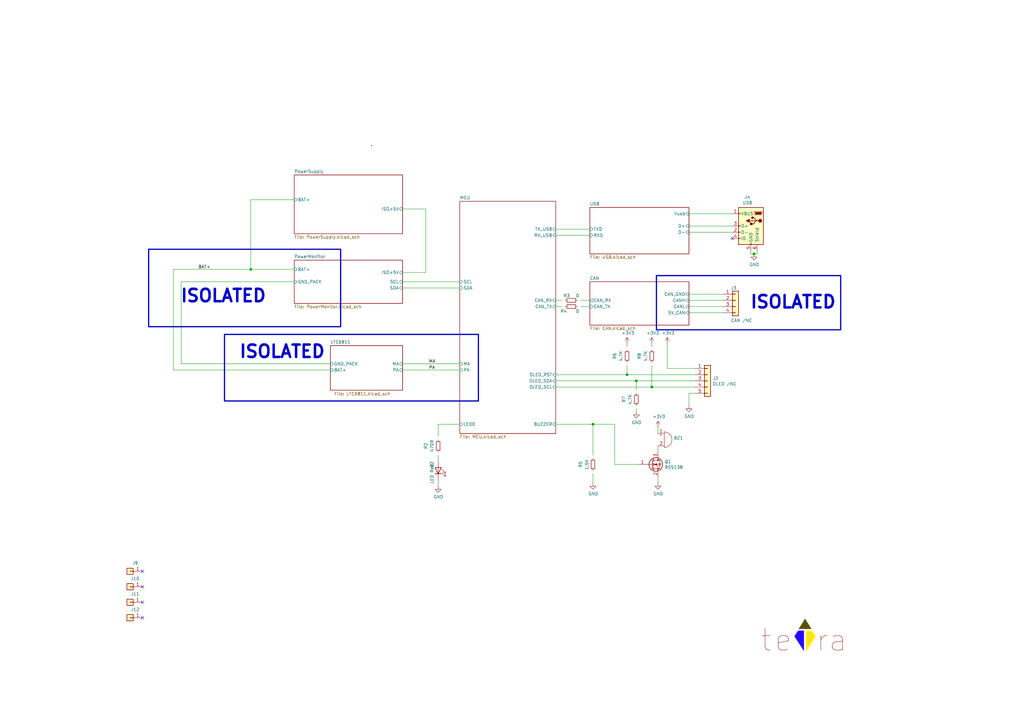
<source format=kicad_sch>
(kicad_sch (version 20230121) (generator eeschema)

  (uuid 6a86ff6f-b159-4c4c-8a40-e732cc82e010)

  (paper "A3")

  (title_block
    (title "BMS-Master")
    (date "2023-10-19")
    (rev "V0.1")
    (company "teTra")
  )

  (lib_symbols
    (symbol "BMS-Master-rescue:+3.3V-power-BMS-Master-rescue" (power) (pin_names (offset 0)) (in_bom yes) (on_board yes)
      (property "Reference" "#PWR" (at 0 -3.81 0)
        (effects (font (size 1.27 1.27)) hide)
      )
      (property "Value" "+3.3V-power-BMS-Master-rescue" (at 0 3.556 0)
        (effects (font (size 1.27 1.27)))
      )
      (property "Footprint" "" (at 0 0 0)
        (effects (font (size 1.27 1.27)) hide)
      )
      (property "Datasheet" "" (at 0 0 0)
        (effects (font (size 1.27 1.27)) hide)
      )
      (symbol "+3.3V-power-BMS-Master-rescue_0_1"
        (polyline
          (pts
            (xy -0.762 1.27)
            (xy 0 2.54)
          )
          (stroke (width 0) (type solid))
          (fill (type none))
        )
        (polyline
          (pts
            (xy 0 0)
            (xy 0 2.54)
          )
          (stroke (width 0) (type solid))
          (fill (type none))
        )
        (polyline
          (pts
            (xy 0 2.54)
            (xy 0.762 1.27)
          )
          (stroke (width 0) (type solid))
          (fill (type none))
        )
      )
      (symbol "+3.3V-power-BMS-Master-rescue_1_1"
        (pin power_in line (at 0 0 90) (length 0) hide
          (name "+3V3" (effects (font (size 1.27 1.27))))
          (number "1" (effects (font (size 1.27 1.27))))
        )
      )
    )
    (symbol "BMS-Master-rescue:Buzzer-Device-BMS-Master-rescue" (pin_names (offset 0.0254) hide) (in_bom yes) (on_board yes)
      (property "Reference" "BZ" (at 3.81 1.27 0)
        (effects (font (size 1.27 1.27)) (justify left))
      )
      (property "Value" "Buzzer-Device-BMS-Master-rescue" (at 3.81 -1.27 0)
        (effects (font (size 1.27 1.27)) (justify left))
      )
      (property "Footprint" "" (at -0.635 2.54 90)
        (effects (font (size 1.27 1.27)) hide)
      )
      (property "Datasheet" "" (at -0.635 2.54 90)
        (effects (font (size 1.27 1.27)) hide)
      )
      (property "ki_fp_filters" "*Buzzer*" (at 0 0 0)
        (effects (font (size 1.27 1.27)) hide)
      )
      (symbol "Buzzer-Device-BMS-Master-rescue_0_1"
        (arc (start 0 -3.175) (mid 3.1612 0) (end 0 3.175)
          (stroke (width 0) (type solid))
          (fill (type none))
        )
        (polyline
          (pts
            (xy -1.651 1.905)
            (xy -1.143 1.905)
          )
          (stroke (width 0) (type solid))
          (fill (type none))
        )
        (polyline
          (pts
            (xy -1.397 2.159)
            (xy -1.397 1.651)
          )
          (stroke (width 0) (type solid))
          (fill (type none))
        )
        (polyline
          (pts
            (xy 0 3.175)
            (xy 0 -3.175)
          )
          (stroke (width 0) (type solid))
          (fill (type none))
        )
      )
      (symbol "Buzzer-Device-BMS-Master-rescue_1_1"
        (pin passive line (at -2.54 2.54 0) (length 2.54)
          (name "-" (effects (font (size 1.27 1.27))))
          (number "1" (effects (font (size 1.27 1.27))))
        )
        (pin passive line (at -2.54 -2.54 0) (length 2.54)
          (name "+" (effects (font (size 1.27 1.27))))
          (number "2" (effects (font (size 1.27 1.27))))
        )
      )
    )
    (symbol "BMS-Master-rescue:Conn_01x05-Connector_Generic-BMS-Master-rescue" (pin_names (offset 1.016) hide) (in_bom yes) (on_board yes)
      (property "Reference" "J" (at 0 7.62 0)
        (effects (font (size 1.27 1.27)))
      )
      (property "Value" "Conn_01x05-Connector_Generic-BMS-Master-rescue" (at 0 -7.62 0)
        (effects (font (size 1.27 1.27)))
      )
      (property "Footprint" "" (at 0 0 0)
        (effects (font (size 1.27 1.27)) hide)
      )
      (property "Datasheet" "" (at 0 0 0)
        (effects (font (size 1.27 1.27)) hide)
      )
      (property "ki_fp_filters" "Connector*:*_1x??_*" (at 0 0 0)
        (effects (font (size 1.27 1.27)) hide)
      )
      (symbol "Conn_01x05-Connector_Generic-BMS-Master-rescue_1_1"
        (rectangle (start -1.27 -4.953) (end 0 -5.207)
          (stroke (width 0.1524) (type solid))
          (fill (type none))
        )
        (rectangle (start -1.27 -2.413) (end 0 -2.667)
          (stroke (width 0.1524) (type solid))
          (fill (type none))
        )
        (rectangle (start -1.27 0.127) (end 0 -0.127)
          (stroke (width 0.1524) (type solid))
          (fill (type none))
        )
        (rectangle (start -1.27 2.667) (end 0 2.413)
          (stroke (width 0.1524) (type solid))
          (fill (type none))
        )
        (rectangle (start -1.27 5.207) (end 0 4.953)
          (stroke (width 0.1524) (type solid))
          (fill (type none))
        )
        (rectangle (start -1.27 6.35) (end 1.27 -6.35)
          (stroke (width 0.254) (type solid))
          (fill (type background))
        )
        (pin passive line (at -5.08 5.08 0) (length 3.81)
          (name "Pin_1" (effects (font (size 1.27 1.27))))
          (number "1" (effects (font (size 1.27 1.27))))
        )
        (pin passive line (at -5.08 2.54 0) (length 3.81)
          (name "Pin_2" (effects (font (size 1.27 1.27))))
          (number "2" (effects (font (size 1.27 1.27))))
        )
        (pin passive line (at -5.08 0 0) (length 3.81)
          (name "Pin_3" (effects (font (size 1.27 1.27))))
          (number "3" (effects (font (size 1.27 1.27))))
        )
        (pin passive line (at -5.08 -2.54 0) (length 3.81)
          (name "Pin_4" (effects (font (size 1.27 1.27))))
          (number "4" (effects (font (size 1.27 1.27))))
        )
        (pin passive line (at -5.08 -5.08 0) (length 3.81)
          (name "Pin_5" (effects (font (size 1.27 1.27))))
          (number "5" (effects (font (size 1.27 1.27))))
        )
      )
    )
    (symbol "BMS-Master-rescue:GND-power-BMS-Master-rescue" (power) (pin_names (offset 0)) (in_bom yes) (on_board yes)
      (property "Reference" "#PWR" (at 0 -6.35 0)
        (effects (font (size 1.27 1.27)) hide)
      )
      (property "Value" "GND-power-BMS-Master-rescue" (at 0 -3.81 0)
        (effects (font (size 1.27 1.27)))
      )
      (property "Footprint" "" (at 0 0 0)
        (effects (font (size 1.27 1.27)) hide)
      )
      (property "Datasheet" "" (at 0 0 0)
        (effects (font (size 1.27 1.27)) hide)
      )
      (symbol "GND-power-BMS-Master-rescue_0_1"
        (polyline
          (pts
            (xy 0 0)
            (xy 0 -1.27)
            (xy 1.27 -1.27)
            (xy 0 -2.54)
            (xy -1.27 -1.27)
            (xy 0 -1.27)
          )
          (stroke (width 0) (type solid))
          (fill (type none))
        )
      )
      (symbol "GND-power-BMS-Master-rescue_1_1"
        (pin power_in line (at 0 0 270) (length 0) hide
          (name "GND" (effects (font (size 1.27 1.27))))
          (number "1" (effects (font (size 1.27 1.27))))
        )
      )
    )
    (symbol "BMS-Master-rescue:USB_B_Micro-Connector_Specialized-BMS-Master-rescue" (pin_names (offset 1.016)) (in_bom yes) (on_board yes)
      (property "Reference" "J" (at -5.08 11.43 0)
        (effects (font (size 1.27 1.27)) (justify left))
      )
      (property "Value" "USB_B_Micro-Connector_Specialized-BMS-Master-rescue" (at -5.08 8.89 0)
        (effects (font (size 1.27 1.27)) (justify left))
      )
      (property "Footprint" "" (at 3.81 -1.27 0)
        (effects (font (size 1.27 1.27)) hide)
      )
      (property "Datasheet" "" (at 3.81 -1.27 0)
        (effects (font (size 1.27 1.27)) hide)
      )
      (property "ki_fp_filters" "USB*" (at 0 0 0)
        (effects (font (size 1.27 1.27)) hide)
      )
      (symbol "USB_B_Micro-Connector_Specialized-BMS-Master-rescue_0_1"
        (rectangle (start -5.08 -7.62) (end 5.08 7.62)
          (stroke (width 0.254) (type solid))
          (fill (type background))
        )
        (circle (center -3.81 2.159) (radius 0.635)
          (stroke (width 0.254) (type solid))
          (fill (type outline))
        )
        (circle (center -0.635 3.429) (radius 0.381)
          (stroke (width 0.254) (type solid))
          (fill (type outline))
        )
        (rectangle (start -0.127 -7.62) (end 0.127 -6.858)
          (stroke (width 0) (type solid))
          (fill (type none))
        )
        (polyline
          (pts
            (xy -1.905 2.159)
            (xy 0.635 2.159)
          )
          (stroke (width 0.254) (type solid))
          (fill (type none))
        )
        (polyline
          (pts
            (xy -3.175 2.159)
            (xy -2.54 2.159)
            (xy -1.27 3.429)
            (xy -0.635 3.429)
          )
          (stroke (width 0.254) (type solid))
          (fill (type none))
        )
        (polyline
          (pts
            (xy -2.54 2.159)
            (xy -1.905 2.159)
            (xy -1.27 0.889)
            (xy 0 0.889)
          )
          (stroke (width 0.254) (type solid))
          (fill (type none))
        )
        (polyline
          (pts
            (xy 0.635 2.794)
            (xy 0.635 1.524)
            (xy 1.905 2.159)
            (xy 0.635 2.794)
          )
          (stroke (width 0.254) (type solid))
          (fill (type outline))
        )
        (polyline
          (pts
            (xy -4.318 5.588)
            (xy -1.778 5.588)
            (xy -2.032 4.826)
            (xy -4.064 4.826)
            (xy -4.318 5.588)
          )
          (stroke (width 0) (type solid))
          (fill (type outline))
        )
        (polyline
          (pts
            (xy -4.699 5.842)
            (xy -4.699 5.588)
            (xy -4.445 4.826)
            (xy -4.445 4.572)
            (xy -1.651 4.572)
            (xy -1.651 4.826)
            (xy -1.397 5.588)
            (xy -1.397 5.842)
            (xy -4.699 5.842)
          )
          (stroke (width 0) (type solid))
          (fill (type none))
        )
        (rectangle (start 0.254 1.27) (end -0.508 0.508)
          (stroke (width 0.254) (type solid))
          (fill (type outline))
        )
        (rectangle (start 5.08 -5.207) (end 4.318 -4.953)
          (stroke (width 0) (type solid))
          (fill (type none))
        )
        (rectangle (start 5.08 -2.667) (end 4.318 -2.413)
          (stroke (width 0) (type solid))
          (fill (type none))
        )
        (rectangle (start 5.08 -0.127) (end 4.318 0.127)
          (stroke (width 0) (type solid))
          (fill (type none))
        )
        (rectangle (start 5.08 4.953) (end 4.318 5.207)
          (stroke (width 0) (type solid))
          (fill (type none))
        )
      )
      (symbol "USB_B_Micro-Connector_Specialized-BMS-Master-rescue_1_1"
        (pin power_out line (at 7.62 5.08 180) (length 2.54)
          (name "VBUS" (effects (font (size 1.27 1.27))))
          (number "1" (effects (font (size 1.27 1.27))))
        )
        (pin passive line (at 7.62 -2.54 180) (length 2.54)
          (name "D-" (effects (font (size 1.27 1.27))))
          (number "2" (effects (font (size 1.27 1.27))))
        )
        (pin passive line (at 7.62 0 180) (length 2.54)
          (name "D+" (effects (font (size 1.27 1.27))))
          (number "3" (effects (font (size 1.27 1.27))))
        )
        (pin passive line (at 7.62 -5.08 180) (length 2.54)
          (name "ID" (effects (font (size 1.27 1.27))))
          (number "4" (effects (font (size 1.27 1.27))))
        )
        (pin power_out line (at 0 -10.16 90) (length 2.54)
          (name "GND" (effects (font (size 1.27 1.27))))
          (number "5" (effects (font (size 1.27 1.27))))
        )
        (pin passive line (at -2.54 -10.16 90) (length 2.54)
          (name "Shield" (effects (font (size 1.27 1.27))))
          (number "6" (effects (font (size 1.27 1.27))))
        )
      )
    )
    (symbol "Connector_Generic:Conn_01x01" (pin_names (offset 1.016) hide) (in_bom yes) (on_board yes)
      (property "Reference" "J" (at 0 2.54 0)
        (effects (font (size 1.27 1.27)))
      )
      (property "Value" "Conn_01x01" (at 0 -2.54 0)
        (effects (font (size 1.27 1.27)))
      )
      (property "Footprint" "" (at 0 0 0)
        (effects (font (size 1.27 1.27)) hide)
      )
      (property "Datasheet" "~" (at 0 0 0)
        (effects (font (size 1.27 1.27)) hide)
      )
      (property "ki_keywords" "connector" (at 0 0 0)
        (effects (font (size 1.27 1.27)) hide)
      )
      (property "ki_description" "Generic connector, single row, 01x01, script generated (kicad-library-utils/schlib/autogen/connector/)" (at 0 0 0)
        (effects (font (size 1.27 1.27)) hide)
      )
      (property "ki_fp_filters" "Connector*:*_1x??_*" (at 0 0 0)
        (effects (font (size 1.27 1.27)) hide)
      )
      (symbol "Conn_01x01_1_1"
        (rectangle (start -1.27 0.127) (end 0 -0.127)
          (stroke (width 0.1524) (type default))
          (fill (type none))
        )
        (rectangle (start -1.27 1.27) (end 1.27 -1.27)
          (stroke (width 0.254) (type default))
          (fill (type background))
        )
        (pin passive line (at -5.08 0 0) (length 3.81)
          (name "Pin_1" (effects (font (size 1.27 1.27))))
          (number "1" (effects (font (size 1.27 1.27))))
        )
      )
    )
    (symbol "Connector_Generic:Conn_01x04" (pin_names (offset 1.016) hide) (in_bom yes) (on_board yes)
      (property "Reference" "J" (at 0 5.08 0)
        (effects (font (size 1.27 1.27)))
      )
      (property "Value" "Conn_01x04" (at 0 -7.62 0)
        (effects (font (size 1.27 1.27)))
      )
      (property "Footprint" "Connector_PinHeader_2.54mm:PinHeader_1x04_P2.54mm_Vertical" (at 0 0 0)
        (effects (font (size 1.27 1.27)) hide)
      )
      (property "Datasheet" "~" (at 0 0 0)
        (effects (font (size 1.27 1.27)) hide)
      )
      (property "ki_keywords" "connector" (at 0 0 0)
        (effects (font (size 1.27 1.27)) hide)
      )
      (property "ki_description" "Generic connector, single row, 01x04, script generated (kicad-library-utils/schlib/autogen/connector/)" (at 0 0 0)
        (effects (font (size 1.27 1.27)) hide)
      )
      (property "ki_fp_filters" "Connector*:*_1x??_*" (at 0 0 0)
        (effects (font (size 1.27 1.27)) hide)
      )
      (symbol "Conn_01x04_1_1"
        (rectangle (start -1.27 -4.953) (end 0 -5.207)
          (stroke (width 0.1524) (type default))
          (fill (type none))
        )
        (rectangle (start -1.27 -2.413) (end 0 -2.667)
          (stroke (width 0.1524) (type default))
          (fill (type none))
        )
        (rectangle (start -1.27 0.127) (end 0 -0.127)
          (stroke (width 0.1524) (type default))
          (fill (type none))
        )
        (rectangle (start -1.27 2.667) (end 0 2.413)
          (stroke (width 0.1524) (type default))
          (fill (type none))
        )
        (rectangle (start -1.27 3.81) (end 1.27 -6.35)
          (stroke (width 0.254) (type default))
          (fill (type background))
        )
        (pin passive line (at -5.08 2.54 0) (length 3.81)
          (name "Pin_1" (effects (font (size 1.27 1.27))))
          (number "1" (effects (font (size 1.27 1.27))))
        )
        (pin passive line (at -5.08 0 0) (length 3.81)
          (name "Pin_2" (effects (font (size 1.27 1.27))))
          (number "2" (effects (font (size 1.27 1.27))))
        )
        (pin passive line (at -5.08 -2.54 0) (length 3.81)
          (name "Pin_3" (effects (font (size 1.27 1.27))))
          (number "3" (effects (font (size 1.27 1.27))))
        )
        (pin passive line (at -5.08 -5.08 0) (length 3.81)
          (name "Pin_4" (effects (font (size 1.27 1.27))))
          (number "4" (effects (font (size 1.27 1.27))))
        )
      )
    )
    (symbol "Device:LED" (pin_numbers hide) (pin_names (offset 1.016) hide) (in_bom yes) (on_board yes)
      (property "Reference" "D" (at -0.762 -2.54 0)
        (effects (font (size 1.27 1.27)))
      )
      (property "Value" "LED" (at -0.762 4.318 0)
        (effects (font (size 1.27 1.27)))
      )
      (property "Footprint" "" (at 0 0 0)
        (effects (font (size 1.27 1.27)) hide)
      )
      (property "Datasheet" "~" (at 0 0 0)
        (effects (font (size 1.27 1.27)) hide)
      )
      (property "ki_keywords" "LED diode" (at 0 0 0)
        (effects (font (size 1.27 1.27)) hide)
      )
      (property "ki_description" "Light emitting diode" (at 0 0 0)
        (effects (font (size 1.27 1.27)) hide)
      )
      (property "ki_fp_filters" "LED* LED_SMD:* LED_THT:*" (at 0 0 0)
        (effects (font (size 1.27 1.27)) hide)
      )
      (symbol "LED_0_1"
        (polyline
          (pts
            (xy 1.27 0)
            (xy -1.27 0)
          )
          (stroke (width 0) (type default))
          (fill (type none))
        )
        (polyline
          (pts
            (xy 1.27 1.27)
            (xy 1.27 -1.27)
          )
          (stroke (width 0.254) (type default))
          (fill (type none))
        )
        (polyline
          (pts
            (xy -1.27 1.27)
            (xy -1.27 -1.27)
            (xy 1.27 0)
            (xy -1.27 1.27)
          )
          (stroke (width 0.254) (type default))
          (fill (type none))
        )
        (polyline
          (pts
            (xy -0.508 1.524)
            (xy 1.016 3.048)
            (xy 0.254 3.048)
            (xy 1.016 3.048)
            (xy 1.016 2.286)
          )
          (stroke (width 0) (type default))
          (fill (type none))
        )
        (polyline
          (pts
            (xy 0.762 1.524)
            (xy 2.286 3.048)
            (xy 1.524 3.048)
            (xy 2.286 3.048)
            (xy 2.286 2.286)
          )
          (stroke (width 0) (type default))
          (fill (type none))
        )
      )
      (symbol "LED_1_1"
        (pin passive line (at 3.81 0 180) (length 2.54)
          (name "K" (effects (font (size 1.27 1.27))))
          (number "1" (effects (font (size 1.27 1.27))))
        )
        (pin passive line (at -3.81 0 0) (length 2.54)
          (name "A" (effects (font (size 1.27 1.27))))
          (number "2" (effects (font (size 1.27 1.27))))
        )
      )
    )
    (symbol "Device:R_Small" (pin_numbers hide) (pin_names (offset 0.254) hide) (in_bom yes) (on_board yes)
      (property "Reference" "R" (at 0.762 0.508 0)
        (effects (font (size 1.27 1.27)) (justify left))
      )
      (property "Value" "R_Small" (at 0.762 -1.016 0)
        (effects (font (size 1.27 1.27)) (justify left))
      )
      (property "Footprint" "" (at 0 0 0)
        (effects (font (size 1.27 1.27)) hide)
      )
      (property "Datasheet" "~" (at 0 0 0)
        (effects (font (size 1.27 1.27)) hide)
      )
      (property "ki_keywords" "R resistor" (at 0 0 0)
        (effects (font (size 1.27 1.27)) hide)
      )
      (property "ki_description" "Resistor, small symbol" (at 0 0 0)
        (effects (font (size 1.27 1.27)) hide)
      )
      (property "ki_fp_filters" "R_*" (at 0 0 0)
        (effects (font (size 1.27 1.27)) hide)
      )
      (symbol "R_Small_0_1"
        (rectangle (start -0.762 1.778) (end 0.762 -1.778)
          (stroke (width 0.2032) (type default))
          (fill (type none))
        )
      )
      (symbol "R_Small_1_1"
        (pin passive line (at 0 2.54 270) (length 0.762)
          (name "~" (effects (font (size 1.27 1.27))))
          (number "1" (effects (font (size 1.27 1.27))))
        )
        (pin passive line (at 0 -2.54 90) (length 0.762)
          (name "~" (effects (font (size 1.27 1.27))))
          (number "2" (effects (font (size 1.27 1.27))))
        )
      )
    )
    (symbol "Fiber_Optic:logo" (pin_numbers hide) (pin_names (offset 0) hide) (in_bom yes) (on_board yes)
      (property "Reference" "LOGO" (at 7.747 8.763 0)
        (effects (font (size 1.27 1.27)) hide)
      )
      (property "Value" "teTra" (at 0.254 7.874 0)
        (effects (font (size 1.27 1.27)) hide)
      )
      (property "Footprint" "Symbol:teTra-LOGO" (at 0 3.302 0)
        (effects (font (size 1.27 1.27)) hide)
      )
      (property "Datasheet" "" (at 0 3.302 0)
        (effects (font (size 1.27 1.27)) hide)
      )
      (symbol "logo_1_1"
        (polyline
          (pts
            (xy 0 7.112)
            (xy -2.54 3.048)
            (xy 2.54 3.048)
            (xy 0 7.112)
          )
          (stroke (width 0) (type default) (color 88 80 0 1))
          (fill (type color) (color 88 80 0 1))
        )
        (polyline
          (pts
            (xy -0.508 2.286)
            (xy -2.794 2.286)
            (xy -4.318 0)
            (xy -0.508 -5.842)
            (xy -0.508 2.286)
          )
          (stroke (width 0) (type default) (color 38 9 255 1))
          (fill (type color) (color 38 9 255 1))
        )
        (polyline
          (pts
            (xy 0.508 2.286)
            (xy 2.794 2.286)
            (xy 4.318 0)
            (xy 0.508 -5.842)
            (xy 0.508 2.286)
          )
          (stroke (width 0) (type default) (color 255 228 16 1))
          (fill (type color) (color 255 228 16 1))
        )
        (text "a" (at 13.462 -1.524 0)
          (effects (font (face "KiCad Font") (size 8.89 8.89)))
        )
        (text "e" (at -8.89 -1.524 0)
          (effects (font (face "KiCad Font") (size 8.89 8.89)))
        )
        (text "r" (at 7.112 -1.524 0)
          (effects (font (size 8.89 8.89)))
        )
        (text "t" (at -16.002 -1.524 0)
          (effects (font (size 8.89 8.89)))
        )
      )
    )
    (symbol "Transistor_FET:BSS138" (pin_names hide) (in_bom yes) (on_board yes)
      (property "Reference" "Q" (at 5.08 1.905 0)
        (effects (font (size 1.27 1.27)) (justify left))
      )
      (property "Value" "BSS138" (at 5.08 0 0)
        (effects (font (size 1.27 1.27)) (justify left))
      )
      (property "Footprint" "Package_TO_SOT_SMD:SOT-23" (at 5.08 -1.905 0)
        (effects (font (size 1.27 1.27) italic) (justify left) hide)
      )
      (property "Datasheet" "https://www.onsemi.com/pub/Collateral/BSS138-D.PDF" (at 0 0 0)
        (effects (font (size 1.27 1.27)) (justify left) hide)
      )
      (property "ki_keywords" "N-Channel MOSFET" (at 0 0 0)
        (effects (font (size 1.27 1.27)) hide)
      )
      (property "ki_description" "50V Vds, 0.22A Id, N-Channel MOSFET, SOT-23" (at 0 0 0)
        (effects (font (size 1.27 1.27)) hide)
      )
      (property "ki_fp_filters" "SOT?23*" (at 0 0 0)
        (effects (font (size 1.27 1.27)) hide)
      )
      (symbol "BSS138_0_1"
        (polyline
          (pts
            (xy 0.254 0)
            (xy -2.54 0)
          )
          (stroke (width 0) (type default))
          (fill (type none))
        )
        (polyline
          (pts
            (xy 0.254 1.905)
            (xy 0.254 -1.905)
          )
          (stroke (width 0.254) (type default))
          (fill (type none))
        )
        (polyline
          (pts
            (xy 0.762 -1.27)
            (xy 0.762 -2.286)
          )
          (stroke (width 0.254) (type default))
          (fill (type none))
        )
        (polyline
          (pts
            (xy 0.762 0.508)
            (xy 0.762 -0.508)
          )
          (stroke (width 0.254) (type default))
          (fill (type none))
        )
        (polyline
          (pts
            (xy 0.762 2.286)
            (xy 0.762 1.27)
          )
          (stroke (width 0.254) (type default))
          (fill (type none))
        )
        (polyline
          (pts
            (xy 2.54 2.54)
            (xy 2.54 1.778)
          )
          (stroke (width 0) (type default))
          (fill (type none))
        )
        (polyline
          (pts
            (xy 2.54 -2.54)
            (xy 2.54 0)
            (xy 0.762 0)
          )
          (stroke (width 0) (type default))
          (fill (type none))
        )
        (polyline
          (pts
            (xy 0.762 -1.778)
            (xy 3.302 -1.778)
            (xy 3.302 1.778)
            (xy 0.762 1.778)
          )
          (stroke (width 0) (type default))
          (fill (type none))
        )
        (polyline
          (pts
            (xy 1.016 0)
            (xy 2.032 0.381)
            (xy 2.032 -0.381)
            (xy 1.016 0)
          )
          (stroke (width 0) (type default))
          (fill (type outline))
        )
        (polyline
          (pts
            (xy 2.794 0.508)
            (xy 2.921 0.381)
            (xy 3.683 0.381)
            (xy 3.81 0.254)
          )
          (stroke (width 0) (type default))
          (fill (type none))
        )
        (polyline
          (pts
            (xy 3.302 0.381)
            (xy 2.921 -0.254)
            (xy 3.683 -0.254)
            (xy 3.302 0.381)
          )
          (stroke (width 0) (type default))
          (fill (type none))
        )
        (circle (center 1.651 0) (radius 2.794)
          (stroke (width 0.254) (type default))
          (fill (type none))
        )
        (circle (center 2.54 -1.778) (radius 0.254)
          (stroke (width 0) (type default))
          (fill (type outline))
        )
        (circle (center 2.54 1.778) (radius 0.254)
          (stroke (width 0) (type default))
          (fill (type outline))
        )
      )
      (symbol "BSS138_1_1"
        (pin input line (at -5.08 0 0) (length 2.54)
          (name "G" (effects (font (size 1.27 1.27))))
          (number "1" (effects (font (size 1.27 1.27))))
        )
        (pin passive line (at 2.54 -5.08 90) (length 2.54)
          (name "S" (effects (font (size 1.27 1.27))))
          (number "2" (effects (font (size 1.27 1.27))))
        )
        (pin passive line (at 2.54 5.08 270) (length 2.54)
          (name "D" (effects (font (size 1.27 1.27))))
          (number "3" (effects (font (size 1.27 1.27))))
        )
      )
    )
  )

  (junction (at 260.985 156.21) (diameter 0) (color 0 0 0 0)
    (uuid 086dfe6f-85b9-4b96-b323-492445fc7b92)
  )
  (junction (at 243.205 173.99) (diameter 0) (color 0 0 0 0)
    (uuid 2a5bc44b-8756-4eeb-9bb3-dc21a83444d5)
  )
  (junction (at 267.335 158.75) (diameter 0) (color 0 0 0 0)
    (uuid 9304795f-a83c-4fff-abb5-064960e81d52)
  )
  (junction (at 257.175 153.67) (diameter 0) (color 0 0 0 0)
    (uuid cf70777e-a2ba-4479-a6bd-cc79d8678681)
  )
  (junction (at 309.245 104.14) (diameter 0) (color 0 0 0 0)
    (uuid d5183a9f-67bc-4d15-9675-51d84b100977)
  )
  (junction (at 102.87 110.49) (diameter 0) (color 0 0 0 0)
    (uuid ee08952b-d57c-485b-9e5d-b18f5a995e84)
  )

  (no_connect (at 58.42 240.665) (uuid 063586cc-a580-48fd-89cd-ea9799bd846b))
  (no_connect (at 58.42 247.015) (uuid 1032ec73-d384-495a-9208-3a628c10ef07))
  (no_connect (at 58.42 234.315) (uuid 22f3973b-66c5-4045-8727-c2cdf1ca18f9))
  (no_connect (at 300.355 97.79) (uuid c28296fa-f40e-490c-93cb-93fddcb31589))
  (no_connect (at 58.42 253.365) (uuid f48ff6f6-9760-4e31-a4e0-4b910cd0768e))

  (wire (pts (xy 165.1 115.57) (xy 188.595 115.57))
    (stroke (width 0) (type default))
    (uuid 011ac7e5-f05f-46c1-a182-215072e4ebc1)
  )
  (wire (pts (xy 269.875 195.58) (xy 269.875 198.12))
    (stroke (width 0) (type default))
    (uuid 0438e8d6-e14b-4846-ae9a-52e0581680c8)
  )
  (wire (pts (xy 273.685 140.97) (xy 273.685 151.13))
    (stroke (width 0) (type default))
    (uuid 054dccd4-3cf7-4ca0-ae1b-67ab1087f153)
  )
  (wire (pts (xy 243.205 194.31) (xy 243.205 198.12))
    (stroke (width 0) (type default))
    (uuid 0f7796ef-90e7-420d-b9e8-b3dd96f40c5d)
  )
  (wire (pts (xy 74.295 115.57) (xy 120.65 115.57))
    (stroke (width 0) (type default))
    (uuid 10b1ca32-c933-4572-95c5-209b9029d92c)
  )
  (wire (pts (xy 260.985 160.02) (xy 260.985 156.21))
    (stroke (width 0) (type default))
    (uuid 11fec583-1a38-4932-aaab-df53763fdb08)
  )
  (wire (pts (xy 257.175 149.86) (xy 257.175 153.67))
    (stroke (width 0) (type default))
    (uuid 1f0e3b8f-c1bc-4ffe-9843-8858f2cae8d6)
  )
  (wire (pts (xy 174.625 111.76) (xy 165.1 111.76))
    (stroke (width 0) (type default))
    (uuid 21235583-bdc3-4dc0-8176-9f1537091e72)
  )
  (wire (pts (xy 165.1 118.11) (xy 188.595 118.11))
    (stroke (width 0) (type default))
    (uuid 25f61138-6c5d-47b3-8f5a-a7e3638e4741)
  )
  (wire (pts (xy 285.115 161.29) (xy 282.575 161.29))
    (stroke (width 0) (type default))
    (uuid 27a550d8-e33c-4bf0-b9d2-2644fdb722e7)
  )
  (wire (pts (xy 74.295 149.225) (xy 74.295 115.57))
    (stroke (width 0) (type default))
    (uuid 2ae7a104-1972-4748-a2ab-60c95ab76017)
  )
  (wire (pts (xy 165.1 85.725) (xy 174.625 85.725))
    (stroke (width 0) (type default))
    (uuid 31007384-37d2-44ef-995a-0de8d953d844)
  )
  (wire (pts (xy 267.335 149.86) (xy 267.335 158.75))
    (stroke (width 0) (type default))
    (uuid 37caf867-ecf1-41e2-ab62-5f5556bca318)
  )
  (wire (pts (xy 135.509 151.765) (xy 71.12 151.765))
    (stroke (width 0) (type default))
    (uuid 37e3c98f-e599-4899-9bd7-ac208c0aeff9)
  )
  (wire (pts (xy 260.985 167.64) (xy 260.985 168.91))
    (stroke (width 0) (type default))
    (uuid 3a69cfc3-e950-4f4f-b131-f3bcc93c92f7)
  )
  (wire (pts (xy 267.335 140.97) (xy 267.335 142.24))
    (stroke (width 0) (type default))
    (uuid 3cda1843-fc9f-48c1-89f8-8ab354d836b9)
  )
  (wire (pts (xy 227.965 96.52) (xy 241.935 96.52))
    (stroke (width 0) (type default))
    (uuid 3d1a7b87-175b-4b6d-90bc-13a770f5b727)
  )
  (wire (pts (xy 227.965 158.75) (xy 267.335 158.75))
    (stroke (width 0) (type default))
    (uuid 4368cffe-8784-4c6a-9f77-ce4696234644)
  )
  (wire (pts (xy 230.505 125.73) (xy 227.965 125.73))
    (stroke (width 0) (type default))
    (uuid 46e88a53-ed75-4660-bc1c-c2b95c9941ac)
  )
  (wire (pts (xy 135.509 149.225) (xy 74.295 149.225))
    (stroke (width 0) (type default))
    (uuid 549e8739-2f26-47f0-acdd-1b47b900ead5)
  )
  (wire (pts (xy 102.87 81.915) (xy 102.87 110.49))
    (stroke (width 0) (type default))
    (uuid 5b2977d8-b1b1-4a30-847e-7a6a840a710f)
  )
  (wire (pts (xy 179.705 179.07) (xy 179.705 173.99))
    (stroke (width 0) (type default))
    (uuid 6d19e405-9a60-41ab-90cf-5be0a7bb3334)
  )
  (wire (pts (xy 102.87 110.49) (xy 120.65 110.49))
    (stroke (width 0) (type default))
    (uuid 7440522c-ad1e-4bd1-ac1b-0827785b8ed1)
  )
  (wire (pts (xy 102.87 81.915) (xy 120.65 81.915))
    (stroke (width 0) (type default))
    (uuid 7748dc28-f5a9-4184-86d4-804ec4f643fe)
  )
  (wire (pts (xy 243.205 173.99) (xy 243.205 186.69))
    (stroke (width 0) (type default))
    (uuid 78dd129a-f8b2-429f-a454-90db907e7005)
  )
  (wire (pts (xy 252.095 190.5) (xy 252.095 173.99))
    (stroke (width 0) (type default))
    (uuid 7dd143ec-1941-44ef-8b1a-0e20475a748e)
  )
  (wire (pts (xy 296.545 125.73) (xy 282.575 125.73))
    (stroke (width 0) (type default))
    (uuid 838f6985-0327-41c6-8dbe-9a7f9dc3e182)
  )
  (wire (pts (xy 282.575 161.29) (xy 282.575 166.37))
    (stroke (width 0) (type default))
    (uuid 89fb42db-a0c9-42fb-8ffc-dea9a7d0e7d2)
  )
  (wire (pts (xy 227.965 93.98) (xy 241.935 93.98))
    (stroke (width 0) (type default))
    (uuid 966ba1f0-ee04-4be1-b5b5-4d2afb2c3478)
  )
  (wire (pts (xy 309.245 104.14) (xy 307.975 104.14))
    (stroke (width 0) (type default))
    (uuid 99b44d19-e8c5-4b93-aa4b-090ecb99bfca)
  )
  (wire (pts (xy 309.245 104.14) (xy 310.515 104.14))
    (stroke (width 0) (type default))
    (uuid 9cb405de-d04a-4c28-a98b-f13240b074a4)
  )
  (wire (pts (xy 227.965 173.99) (xy 243.205 173.99))
    (stroke (width 0) (type default))
    (uuid a1169c81-1596-4da3-be0f-42af6128e539)
  )
  (wire (pts (xy 260.985 156.21) (xy 285.115 156.21))
    (stroke (width 0) (type default))
    (uuid a505ede1-5b6a-42f3-82ea-3d59435ec239)
  )
  (wire (pts (xy 269.875 182.88) (xy 269.875 185.42))
    (stroke (width 0) (type default))
    (uuid a6e5e108-31e1-4f1e-957a-cd3937529342)
  )
  (wire (pts (xy 71.12 110.49) (xy 102.87 110.49))
    (stroke (width 0) (type default))
    (uuid a7024796-a224-4401-9ebd-b1577724675d)
  )
  (wire (pts (xy 282.575 123.19) (xy 296.545 123.19))
    (stroke (width 0) (type default))
    (uuid a818bd30-8138-4cda-908e-843677812338)
  )
  (wire (pts (xy 174.625 85.725) (xy 174.625 111.76))
    (stroke (width 0) (type default))
    (uuid b3bc85be-cccc-474c-9f74-cfaec25a6143)
  )
  (wire (pts (xy 165.1 151.765) (xy 188.595 151.765))
    (stroke (width 0) (type default))
    (uuid b4ff6b0a-7e93-4337-9256-155e814815ae)
  )
  (wire (pts (xy 282.575 92.71) (xy 300.355 92.71))
    (stroke (width 0) (type default))
    (uuid ba92451e-cafb-4cf1-bee8-b35d0245d1b6)
  )
  (wire (pts (xy 227.965 123.19) (xy 230.505 123.19))
    (stroke (width 0) (type default))
    (uuid bc7dd930-2602-4e2e-93c3-9599f2f9060b)
  )
  (wire (pts (xy 310.515 104.14) (xy 310.515 102.87))
    (stroke (width 0) (type default))
    (uuid c2790400-b9f4-47c1-901a-dbaa4b88c5de)
  )
  (wire (pts (xy 282.575 87.63) (xy 300.355 87.63))
    (stroke (width 0) (type default))
    (uuid c361049e-ed04-4fff-adee-01b6fa796ea8)
  )
  (wire (pts (xy 282.575 95.25) (xy 300.355 95.25))
    (stroke (width 0) (type default))
    (uuid c384b2ae-5b10-48a5-bd08-804ad449740e)
  )
  (wire (pts (xy 269.875 175.26) (xy 269.875 177.8))
    (stroke (width 0) (type default))
    (uuid c3c63595-2cbe-43fd-b40b-2330d1ebfa6a)
  )
  (wire (pts (xy 179.705 196.85) (xy 179.705 199.39))
    (stroke (width 0) (type default))
    (uuid d2932728-98dd-4ca6-a073-b30b59c1bf92)
  )
  (wire (pts (xy 273.685 151.13) (xy 285.115 151.13))
    (stroke (width 0) (type default))
    (uuid d539320b-f579-437e-af38-a94bd4912b9d)
  )
  (wire (pts (xy 241.935 125.73) (xy 238.125 125.73))
    (stroke (width 0) (type default))
    (uuid d7585c83-ae7b-4c0f-b9af-12e4f2dd96e3)
  )
  (wire (pts (xy 179.705 189.23) (xy 179.705 186.69))
    (stroke (width 0) (type default))
    (uuid dc580d00-8d7e-42c4-9703-e82071579577)
  )
  (wire (pts (xy 307.975 104.14) (xy 307.975 102.87))
    (stroke (width 0) (type default))
    (uuid e33da723-b039-496e-9cba-43a83a10c0fa)
  )
  (wire (pts (xy 296.545 120.65) (xy 282.575 120.65))
    (stroke (width 0) (type default))
    (uuid e37e31ce-5374-4011-af1c-816030314276)
  )
  (wire (pts (xy 227.965 156.21) (xy 260.985 156.21))
    (stroke (width 0) (type default))
    (uuid e57f3b46-0329-413f-bb59-e8e0c446ee5b)
  )
  (wire (pts (xy 252.095 173.99) (xy 243.205 173.99))
    (stroke (width 0) (type default))
    (uuid e5b6daa1-2480-41fd-a190-dea160254438)
  )
  (wire (pts (xy 257.175 140.97) (xy 257.175 142.24))
    (stroke (width 0) (type default))
    (uuid e5cb7ba8-8c3e-43d9-86e7-be510e23c6bd)
  )
  (wire (pts (xy 165.1 149.225) (xy 188.595 149.225))
    (stroke (width 0) (type default))
    (uuid eb19816b-c788-4dca-9af1-15c54d755980)
  )
  (wire (pts (xy 227.965 153.67) (xy 257.175 153.67))
    (stroke (width 0) (type default))
    (uuid eb788ea7-4bae-4f11-9b01-b4e08f040069)
  )
  (wire (pts (xy 71.12 151.765) (xy 71.12 110.49))
    (stroke (width 0) (type default))
    (uuid ec153ab8-558e-47ee-b5f4-7a544b53d918)
  )
  (wire (pts (xy 257.175 153.67) (xy 285.115 153.67))
    (stroke (width 0) (type default))
    (uuid ee84f86a-695b-452c-9924-4eacd9374c5a)
  )
  (wire (pts (xy 267.335 158.75) (xy 285.115 158.75))
    (stroke (width 0) (type default))
    (uuid ef3a6837-0682-4521-9953-33533fa066ab)
  )
  (wire (pts (xy 179.705 173.99) (xy 188.595 173.99))
    (stroke (width 0) (type default))
    (uuid f1724b29-4fee-490a-b8bf-ce949918f818)
  )
  (wire (pts (xy 252.095 190.5) (xy 262.255 190.5))
    (stroke (width 0) (type default))
    (uuid f37c039e-9c89-401a-b728-cf2f7b8085e5)
  )
  (wire (pts (xy 282.575 128.27) (xy 296.545 128.27))
    (stroke (width 0) (type default))
    (uuid fb0d7c1a-9a7c-4189-9d0b-0aabda2cc7d2)
  )
  (wire (pts (xy 238.125 123.19) (xy 241.935 123.19))
    (stroke (width 0) (type default))
    (uuid fb49b02c-487f-43e3-8e44-5aa4e61eee8c)
  )

  (rectangle (start 60.96 102.235) (end 139.7 133.985)
    (stroke (width 0.5) (type default))
    (fill (type none))
    (uuid 0f5294eb-d01d-40d6-a4a4-642c2518a53a)
  )
  (rectangle (start 152.4 59.69) (end 152.4 59.69)
    (stroke (width 0) (type default))
    (fill (type none))
    (uuid 16ed3026-92db-43e4-94ce-cb9942d539a9)
  )
  (rectangle (start 152.4 59.69) (end 152.4 59.69)
    (stroke (width 0) (type default))
    (fill (type none))
    (uuid 223aa8e8-e165-46dc-8004-d0f7a65ecba6)
  )
  (rectangle (start 152.4 59.69) (end 152.4 59.69)
    (stroke (width 0) (type default))
    (fill (type none))
    (uuid 2fcede93-9de7-495d-a723-2d73c73c7b6f)
  )
  (rectangle (start 152.4 59.69) (end 152.4 59.69)
    (stroke (width 0) (type default))
    (fill (type none))
    (uuid 5fbfa526-c30f-47f6-8144-7f30cec9d859)
  )
  (rectangle (start 152.4 59.69) (end 152.4 59.69)
    (stroke (width 0) (type default))
    (fill (type none))
    (uuid 6417f53f-a88b-4d4d-99b7-072470c6c0a0)
  )
  (rectangle (start 152.4 59.69) (end 152.4 59.69)
    (stroke (width 0) (type default))
    (fill (type none))
    (uuid 761ccd63-a067-48de-bb96-f182215cb15d)
  )
  (rectangle (start 152.4 59.69) (end 152.4 59.69)
    (stroke (width 0) (type default))
    (fill (type none))
    (uuid 7833effb-1ef3-4514-9423-6ce15b0e7601)
  )
  (rectangle (start 152.4 59.69) (end 152.4 59.69)
    (stroke (width 0) (type default))
    (fill (type none))
    (uuid 84c90483-45a3-4739-b73e-9c011eb5a6b3)
  )
  (rectangle (start 152.4 59.69) (end 152.4 59.69)
    (stroke (width 0) (type default))
    (fill (type none))
    (uuid a44f9e23-e56b-46ab-98e0-a509f1df9112)
  )
  (rectangle (start 152.4 59.69) (end 152.4 59.69)
    (stroke (width 0) (type default))
    (fill (type none))
    (uuid a6c3c0d5-36dd-4850-b1a5-9e9d33dbee96)
  )
  (rectangle (start 152.4 59.69) (end 152.4 59.69)
    (stroke (width 0) (type default))
    (fill (type none))
    (uuid cc05d2e2-b228-431e-bdc0-e0860c04d0cb)
  )
  (rectangle (start 269.24 113.03) (end 344.805 135.255)
    (stroke (width 0.5) (type default))
    (fill (type none))
    (uuid d1641d51-57d4-43f0-bc53-8f624be3d3a1)
  )
  (rectangle (start 152.4 59.69) (end 152.4 59.69)
    (stroke (width 0) (type default))
    (fill (type none))
    (uuid d8735071-f685-4511-9a51-ec1dbf78025d)
  )
  (rectangle (start 152.4 59.69) (end 152.4 59.69)
    (stroke (width 0) (type default))
    (fill (type none))
    (uuid ea6bb95e-e93f-4e24-b732-f58cac2dd5b5)
  )
  (rectangle (start 152.4 59.69) (end 152.4 59.69)
    (stroke (width 0) (type default))
    (fill (type none))
    (uuid ec13c14f-f372-47c6-8a1b-793204123c6b)
  )
  (rectangle (start 92.075 137.16) (end 196.215 164.465)
    (stroke (width 0.5) (type default))
    (fill (type none))
    (uuid ecd79333-2b26-4913-bd9c-63cb6b9965e8)
  )
  (rectangle (start 152.4 59.69) (end 152.4 59.69)
    (stroke (width 0) (type default))
    (fill (type none))
    (uuid ef661221-3ee0-456b-8605-67b88b2feaa8)
  )
  (rectangle (start 152.4 59.69) (end 152.4 59.69)
    (stroke (width 0) (type default))
    (fill (type none))
    (uuid fd9b1398-e4ca-40d7-b486-76ff1cab045d)
  )

  (text "ISOLATED" (at 73.66 124.46 0)
    (effects (font (size 5.08 5.08) (thickness 1.016) bold) (justify left bottom))
    (uuid 2b4ff500-8b80-481c-a4af-fe7ec88ad5a1)
  )
  (text "ISOLATED" (at 97.79 147.32 0)
    (effects (font (size 5.08 5.08) (thickness 1.016) bold) (justify left bottom))
    (uuid 2f72da79-bdf8-4579-9ed1-a83544662245)
  )
  (text "ISOLATED" (at 307.34 127 0)
    (effects (font (size 5.08 5.08) (thickness 1.016) bold) (justify left bottom))
    (uuid ad00bf51-f311-4529-b191-851f619e2a99)
  )

  (label "BAT+" (at 81.28 110.49 0) (fields_autoplaced)
    (effects (font (size 1.27 1.27)) (justify left bottom))
    (uuid 19755d36-fd06-42d9-b98a-95b88cc641a7)
  )
  (label "PA" (at 175.895 151.765 0) (fields_autoplaced)
    (effects (font (size 1.27 1.27)) (justify left bottom))
    (uuid 6db54366-f85d-41d5-8f6f-fde0e52d91b9)
  )
  (label "MA" (at 175.895 149.225 0) (fields_autoplaced)
    (effects (font (size 1.27 1.27)) (justify left bottom))
    (uuid edf68c01-1995-433f-84e2-a8f5e0db81ec)
  )

  (symbol (lib_id "BMS-Master-rescue:USB_B_Micro-Connector_Specialized-BMS-Master-rescue") (at 307.975 92.71 0) (mirror y) (unit 1)
    (in_bom yes) (on_board yes) (dnp no)
    (uuid 00000000-0000-0000-0000-00005a966632)
    (property "Reference" "J4" (at 306.5526 80.8482 0)
      (effects (font (size 1.27 1.27)))
    )
    (property "Value" "USB" (at 306.5526 83.1596 0)
      (effects (font (size 1.27 1.27)))
    )
    (property "Footprint" "Connector_USB:Micro_USB_B-2013499-1" (at 304.165 93.98 0)
      (effects (font (size 1.27 1.27)) hide)
    )
    (property "Datasheet" "https://www.te.com/usa-en/product-2013499-1.datasheet.pdf" (at 304.165 93.98 0)
      (effects (font (size 1.27 1.27)) hide)
    )
    (property "MPN" "2013499-1" (at 307.975 92.71 0)
      (effects (font (size 1.27 1.27)) hide)
    )
    (property "Link" "https://www.digikey.jp/en/products/detail/te-connectivity-amp-connectors/2013499-1/4021843?s=N4IgTCBcDa4AwEYDMAWAnGgtAkBdAvkA" (at 307.975 92.71 0)
      (effects (font (size 1.27 1.27)) hide)
    )
    (property "Description" "USB - micro B USB 2.0 Receptacle Connector 5 Position Surface Mount, Right Angle; Through Hole" (at 307.975 92.71 0)
      (effects (font (size 1.27 1.27)) hide)
    )
    (pin "1" (uuid 295f927a-f972-422e-863f-44c73f2e202e))
    (pin "2" (uuid 519e65d0-c2b9-4b7d-b98c-79bc4812f86a))
    (pin "3" (uuid a1ade537-a338-4827-a3f8-e3bf1ad2c0d0))
    (pin "4" (uuid fd7500c4-66da-4cd6-bc85-94a21009b777))
    (pin "5" (uuid cef79563-db54-42b4-86c5-f6284fa74230))
    (pin "6" (uuid de88f6f1-b2ef-448d-a3ad-275c43f71104))
    (instances
      (project "LTC6811_ESP32_V1.2"
        (path "/6a86ff6f-b159-4c4c-8a40-e732cc82e010"
          (reference "J4") (unit 1)
        )
      )
    )
  )

  (symbol (lib_id "BMS-Master-rescue:GND-power-BMS-Master-rescue") (at 309.245 104.14 0) (unit 1)
    (in_bom yes) (on_board yes) (dnp no)
    (uuid 00000000-0000-0000-0000-00005a969833)
    (property "Reference" "#PWR015" (at 309.245 110.49 0)
      (effects (font (size 1.27 1.27)) hide)
    )
    (property "Value" "GND" (at 309.372 108.5342 0)
      (effects (font (size 1.27 1.27)))
    )
    (property "Footprint" "" (at 309.245 104.14 0)
      (effects (font (size 1.27 1.27)) hide)
    )
    (property "Datasheet" "" (at 309.245 104.14 0)
      (effects (font (size 1.27 1.27)) hide)
    )
    (pin "1" (uuid 7f3b69fa-aff1-4dec-b8c5-4dd61b214899))
    (instances
      (project "LTC6811_ESP32_V1.2"
        (path "/6a86ff6f-b159-4c4c-8a40-e732cc82e010"
          (reference "#PWR015") (unit 1)
        )
      )
    )
  )

  (symbol (lib_id "Device:R_Small") (at 179.705 182.88 180) (unit 1)
    (in_bom yes) (on_board yes) (dnp no)
    (uuid 00000000-0000-0000-0000-00005abab411)
    (property "Reference" "R2" (at 174.625 182.88 90)
      (effects (font (size 1.27 1.27)))
    )
    (property "Value" "470R" (at 177.165 182.88 90)
      (effects (font (size 1.27 1.27)))
    )
    (property "Footprint" "Resistor_SMD:R_0603_1608Metric" (at 179.705 182.88 0)
      (effects (font (size 1.27 1.27)) hide)
    )
    (property "Datasheet" "~" (at 179.705 182.88 0)
      (effects (font (size 1.27 1.27)) hide)
    )
    (property "MPN" "RC0603JR-07470RL" (at 179.705 182.88 0)
      (effects (font (size 1.27 1.27)) hide)
    )
    (property "Description" "470 Ohms ±5% 0.1W, 1/10W Chip Resistor 0603 (1608 Metric) Moisture Resistant Thick Film" (at 179.705 182.88 0)
      (effects (font (size 1.27 1.27)) hide)
    )
    (property "Link" "https://www.digikey.jp/en/products/detail/yageo/RC0603JR-07470RL/726791?s=N4IgTCBcDaIEoGEAMA2JBmAUnAtEg7ACz5JwAyIAugL5A" (at 179.705 182.88 0)
      (effects (font (size 1.27 1.27)) hide)
    )
    (pin "1" (uuid 81e6a0e5-4526-4e04-91a1-ec2f5e8c977a))
    (pin "2" (uuid dbddb343-4977-458b-9ba9-54bdaf0153d5))
    (instances
      (project "LTC6811_ESP32_V1.2"
        (path "/6a86ff6f-b159-4c4c-8a40-e732cc82e010"
          (reference "R2") (unit 1)
        )
      )
    )
  )

  (symbol (lib_id "BMS-Master-rescue:GND-power-BMS-Master-rescue") (at 179.705 199.39 0) (unit 1)
    (in_bom yes) (on_board yes) (dnp no)
    (uuid 00000000-0000-0000-0000-00005abb69d7)
    (property "Reference" "#PWR06" (at 179.705 205.74 0)
      (effects (font (size 1.27 1.27)) hide)
    )
    (property "Value" "GND" (at 179.832 203.7842 0)
      (effects (font (size 1.27 1.27)))
    )
    (property "Footprint" "" (at 179.705 199.39 0)
      (effects (font (size 1.27 1.27)) hide)
    )
    (property "Datasheet" "" (at 179.705 199.39 0)
      (effects (font (size 1.27 1.27)) hide)
    )
    (pin "1" (uuid c48cc92b-6ff7-48f0-b628-e5106114ae93))
    (instances
      (project "LTC6811_ESP32_V1.2"
        (path "/6a86ff6f-b159-4c4c-8a40-e732cc82e010"
          (reference "#PWR06") (unit 1)
        )
      )
    )
  )

  (symbol (lib_id "Device:R_Small") (at 243.205 190.5 180) (unit 1)
    (in_bom yes) (on_board yes) (dnp no)
    (uuid 00000000-0000-0000-0000-00005abc0c8f)
    (property "Reference" "R5" (at 238.125 190.5 90)
      (effects (font (size 1.27 1.27)))
    )
    (property "Value" "1.5K" (at 240.665 190.5 90)
      (effects (font (size 1.27 1.27)))
    )
    (property "Footprint" "Resistor_SMD:R_0603_1608Metric" (at 243.205 190.5 0)
      (effects (font (size 1.27 1.27)) hide)
    )
    (property "Datasheet" "~" (at 243.205 190.5 0)
      (effects (font (size 1.27 1.27)) hide)
    )
    (property "MPN" "RC0603JR-071K5L" (at 243.205 190.5 0)
      (effects (font (size 1.27 1.27)) hide)
    )
    (property "Description" "1.5 kOhms ±5% 0.1W, 1/10W Chip Resistor 0603 (1608 Metric) Moisture Resistant Thick Film" (at 243.205 190.5 0)
      (effects (font (size 1.27 1.27)) hide)
    )
    (property "Link" "https://www.digikey.jp/en/products/detail/yageo/RC0603JR-071K5L/726689?s=N4IgTCBcDaIEoGEAMA2JBmAUnAtEg7AIwDSArADIgC6AvkA" (at 243.205 190.5 0)
      (effects (font (size 1.27 1.27)) hide)
    )
    (pin "1" (uuid b83d13d4-abdc-4b8f-9b2a-e456841c464f))
    (pin "2" (uuid ade8cadf-5fc9-48a4-b682-e0848785176b))
    (instances
      (project "LTC6811_ESP32_V1.2"
        (path "/6a86ff6f-b159-4c4c-8a40-e732cc82e010"
          (reference "R5") (unit 1)
        )
      )
    )
  )

  (symbol (lib_id "BMS-Master-rescue:GND-power-BMS-Master-rescue") (at 243.205 198.12 0) (unit 1)
    (in_bom yes) (on_board yes) (dnp no)
    (uuid 00000000-0000-0000-0000-00005abc0cbb)
    (property "Reference" "#PWR07" (at 243.205 204.47 0)
      (effects (font (size 1.27 1.27)) hide)
    )
    (property "Value" "GND" (at 243.332 202.5142 0)
      (effects (font (size 1.27 1.27)))
    )
    (property "Footprint" "" (at 243.205 198.12 0)
      (effects (font (size 1.27 1.27)) hide)
    )
    (property "Datasheet" "" (at 243.205 198.12 0)
      (effects (font (size 1.27 1.27)) hide)
    )
    (pin "1" (uuid 112ddd2e-f2e5-4b4b-81fa-5576ceb511b3))
    (instances
      (project "LTC6811_ESP32_V1.2"
        (path "/6a86ff6f-b159-4c4c-8a40-e732cc82e010"
          (reference "#PWR07") (unit 1)
        )
      )
    )
  )

  (symbol (lib_id "BMS-Master-rescue:Buzzer-Device-BMS-Master-rescue") (at 272.415 180.34 0) (unit 1)
    (in_bom yes) (on_board yes) (dnp no)
    (uuid 00000000-0000-0000-0000-00005abc5c93)
    (property "Reference" "BZ1" (at 276.3012 179.6034 0)
      (effects (font (size 1.27 1.27)) (justify left))
    )
    (property "Value" "AI-1027-TWT-5V" (at 276.3012 181.9148 0)
      (effects (font (size 1.27 1.27)) (justify left) hide)
    )
    (property "Footprint" "ENNOID:BUZZER" (at 271.78 177.8 90)
      (effects (font (size 1.27 1.27)) hide)
    )
    (property "Datasheet" "https://www.puiaudio.com/media/SpecSheet/AI-1027-TWT-5V-2-R.pdf" (at 271.78 177.8 90)
      (effects (font (size 1.27 1.27)) hide)
    )
    (property "MPN" "AI-1027-TWT-5V-2-R " (at 272.415 180.34 0)
      (effects (font (size 1.27 1.27)) hide)
    )
    (property "Description" "Buzzers Indicator, Internally Driven Electromechanical/Magnetic 5 V 30mA 2.73kHz 82dB @ 5V, 10cm Through Hole PC Pins" (at 272.415 180.34 0)
      (effects (font (size 1.27 1.27)) hide)
    )
    (property "Link" "https://www.digikey.jp/en/products/detail/pui-audio-inc/AI-1027-TWT-5V-2-R/5011389?s=N4IgTCBcDaIIIEkC0BGADGA7EgKgdRyQFYA1JMJAJQAIQBdAXyA" (at 272.415 180.34 0)
      (effects (font (size 1.27 1.27)) hide)
    )
    (pin "1" (uuid 42858a83-4d44-46b4-9f4e-e4da2bc39823))
    (pin "2" (uuid b647ef97-6b85-42b3-b173-f88b9d74fd94))
    (instances
      (project "LTC6811_ESP32_V1.2"
        (path "/6a86ff6f-b159-4c4c-8a40-e732cc82e010"
          (reference "BZ1") (unit 1)
        )
      )
    )
  )

  (symbol (lib_id "BMS-Master-rescue:+3.3V-power-BMS-Master-rescue") (at 269.875 175.26 0) (unit 1)
    (in_bom yes) (on_board yes) (dnp no)
    (uuid 00000000-0000-0000-0000-00005abc5d22)
    (property "Reference" "#PWR011" (at 269.875 179.07 0)
      (effects (font (size 1.27 1.27)) hide)
    )
    (property "Value" "+3.3V" (at 270.256 170.8658 0)
      (effects (font (size 1.27 1.27)))
    )
    (property "Footprint" "" (at 269.875 175.26 0)
      (effects (font (size 1.27 1.27)) hide)
    )
    (property "Datasheet" "" (at 269.875 175.26 0)
      (effects (font (size 1.27 1.27)) hide)
    )
    (pin "1" (uuid 954dbd71-d4b0-4e66-92eb-b8eba0f0e927))
    (instances
      (project "LTC6811_ESP32_V1.2"
        (path "/6a86ff6f-b159-4c4c-8a40-e732cc82e010"
          (reference "#PWR011") (unit 1)
        )
      )
    )
  )

  (symbol (lib_id "BMS-Master-rescue:GND-power-BMS-Master-rescue") (at 269.875 198.12 0) (unit 1)
    (in_bom yes) (on_board yes) (dnp no)
    (uuid 00000000-0000-0000-0000-00005abcabb8)
    (property "Reference" "#PWR012" (at 269.875 204.47 0)
      (effects (font (size 1.27 1.27)) hide)
    )
    (property "Value" "GND" (at 270.002 202.5142 0)
      (effects (font (size 1.27 1.27)))
    )
    (property "Footprint" "" (at 269.875 198.12 0)
      (effects (font (size 1.27 1.27)) hide)
    )
    (property "Datasheet" "" (at 269.875 198.12 0)
      (effects (font (size 1.27 1.27)) hide)
    )
    (pin "1" (uuid 57e92044-297f-43c7-9703-37bffedd5c9a))
    (instances
      (project "LTC6811_ESP32_V1.2"
        (path "/6a86ff6f-b159-4c4c-8a40-e732cc82e010"
          (reference "#PWR012") (unit 1)
        )
      )
    )
  )

  (symbol (lib_id "Transistor_FET:BSS138") (at 267.335 190.5 0) (unit 1)
    (in_bom yes) (on_board yes) (dnp no)
    (uuid 00000000-0000-0000-0000-00005c30885c)
    (property "Reference" "Q1" (at 272.5674 189.3316 0)
      (effects (font (size 1.27 1.27)) (justify left))
    )
    (property "Value" "BSS138" (at 272.5674 191.643 0)
      (effects (font (size 1.27 1.27)) (justify left))
    )
    (property "Footprint" "Package_TO_SOT_SMD:SOT-23" (at 272.415 192.405 0)
      (effects (font (size 1.27 1.27) italic) (justify left) hide)
    )
    (property "Datasheet" "https://mm.digikey.com/Volume0/opasdata/d220001/medias/docus/3037/BSS138.pdf" (at 267.335 190.5 0)
      (effects (font (size 1.27 1.27)) (justify left) hide)
    )
    (property "MPN" "BSS138" (at 267.335 190.5 0)
      (effects (font (size 1.27 1.27)) hide)
    )
    (property "Description" "N-Channel 50 V 220mA (Ta) 350mW (Ta) Surface Mount SOT-23" (at 267.335 190.5 0)
      (effects (font (size 1.27 1.27)) hide)
    )
    (property "Link" "https://www.digikey.jp/en/products/detail/anbon-semiconductor-int-l-limited/BSS138/16708474" (at 267.335 190.5 0)
      (effects (font (size 1.27 1.27)) hide)
    )
    (pin "1" (uuid 077d9be8-16ce-4ba8-ae09-462af5609211))
    (pin "2" (uuid ddd7236d-33bc-42ea-b4c8-406805d177e6))
    (pin "3" (uuid 3b118b4f-5ab0-4a45-9160-31ae1a87d6ac))
    (instances
      (project "LTC6811_ESP32_V1.2"
        (path "/6a86ff6f-b159-4c4c-8a40-e732cc82e010"
          (reference "Q1") (unit 1)
        )
      )
    )
  )

  (symbol (lib_id "BMS-Master-rescue:Conn_01x05-Connector_Generic-BMS-Master-rescue") (at 290.195 156.21 0) (unit 1)
    (in_bom yes) (on_board yes) (dnp no)
    (uuid 00000000-0000-0000-0000-00005c37653f)
    (property "Reference" "J2" (at 292.227 155.1432 0)
      (effects (font (size 1.27 1.27)) (justify left))
    )
    (property "Value" "OLED /NC" (at 292.227 157.4546 0)
      (effects (font (size 1.27 1.27)) (justify left))
    )
    (property "Footprint" "Connector_PinHeader_2.54mm:PinHeader_1x05_P2.54mm_Vertical" (at 290.195 156.21 0)
      (effects (font (size 1.27 1.27)) hide)
    )
    (property "Datasheet" "https://tools.molex.com/pdm_docs/sd/705430001_sd.pdf" (at 290.195 156.21 0)
      (effects (font (size 1.27 1.27)) hide)
    )
    (property "MPN" "70543-0004" (at 290.195 156.21 0)
      (effects (font (size 1.27 1.27)) hide)
    )
    (property "Description" "Connector Header Through Hole 5 position 0.100\" (2.54mm)" (at 290.195 156.21 0)
      (effects (font (size 1.27 1.27)) hide)
    )
    (property "Link" "https://www.digikey.jp/en/products/detail/molex/0705430004/114927?s=N4IgTCBcDaIOwAYCsAWAzAWgdlIC6AvkA" (at 290.195 156.21 0)
      (effects (font (size 1.27 1.27)) hide)
    )
    (pin "1" (uuid f8623e47-499e-4d52-9668-c034dd0775dc))
    (pin "2" (uuid a761d7e5-ef76-4d0a-844f-5d8d70aafa78))
    (pin "3" (uuid 6feff76d-8d57-4a11-9399-405ae00ba0e7))
    (pin "4" (uuid b8f15e02-faea-40b7-9f4a-4078f53f54be))
    (pin "5" (uuid b8735904-a290-418c-8e21-a06015753390))
    (instances
      (project "LTC6811_ESP32_V1.2"
        (path "/6a86ff6f-b159-4c4c-8a40-e732cc82e010"
          (reference "J2") (unit 1)
        )
      )
    )
  )

  (symbol (lib_id "BMS-Master-rescue:+3.3V-power-BMS-Master-rescue") (at 273.685 140.97 0) (unit 1)
    (in_bom yes) (on_board yes) (dnp no)
    (uuid 00000000-0000-0000-0000-00005c37728c)
    (property "Reference" "#PWR013" (at 273.685 144.78 0)
      (effects (font (size 1.27 1.27)) hide)
    )
    (property "Value" "+3.3V" (at 274.066 136.5758 0)
      (effects (font (size 1.27 1.27)))
    )
    (property "Footprint" "" (at 273.685 140.97 0)
      (effects (font (size 1.27 1.27)) hide)
    )
    (property "Datasheet" "" (at 273.685 140.97 0)
      (effects (font (size 1.27 1.27)) hide)
    )
    (pin "1" (uuid f356789f-6d03-4ffa-a024-2fd73e765744))
    (instances
      (project "LTC6811_ESP32_V1.2"
        (path "/6a86ff6f-b159-4c4c-8a40-e732cc82e010"
          (reference "#PWR013") (unit 1)
        )
      )
    )
  )

  (symbol (lib_id "BMS-Master-rescue:GND-power-BMS-Master-rescue") (at 282.575 166.37 0) (unit 1)
    (in_bom yes) (on_board yes) (dnp no)
    (uuid 00000000-0000-0000-0000-00005c383756)
    (property "Reference" "#PWR014" (at 282.575 172.72 0)
      (effects (font (size 1.27 1.27)) hide)
    )
    (property "Value" "GND" (at 282.702 170.7642 0)
      (effects (font (size 1.27 1.27)))
    )
    (property "Footprint" "" (at 282.575 166.37 0)
      (effects (font (size 1.27 1.27)) hide)
    )
    (property "Datasheet" "" (at 282.575 166.37 0)
      (effects (font (size 1.27 1.27)) hide)
    )
    (pin "1" (uuid fe8a69f4-4b1c-4e9b-b37c-cadc670e7512))
    (instances
      (project "LTC6811_ESP32_V1.2"
        (path "/6a86ff6f-b159-4c4c-8a40-e732cc82e010"
          (reference "#PWR014") (unit 1)
        )
      )
    )
  )

  (symbol (lib_id "Device:R_Small") (at 267.335 146.05 180) (unit 1)
    (in_bom yes) (on_board yes) (dnp no)
    (uuid 00000000-0000-0000-0000-00005c38fdf3)
    (property "Reference" "R8" (at 262.255 146.05 90)
      (effects (font (size 1.27 1.27)))
    )
    (property "Value" "4.7K" (at 264.795 146.05 90)
      (effects (font (size 1.27 1.27)))
    )
    (property "Footprint" "Resistor_SMD:R_0603_1608Metric" (at 267.335 146.05 0)
      (effects (font (size 1.27 1.27)) hide)
    )
    (property "Datasheet" "~" (at 267.335 146.05 0)
      (effects (font (size 1.27 1.27)) hide)
    )
    (property "MPN" "RC0603JR-074K7L" (at 267.335 146.05 0)
      (effects (font (size 1.27 1.27)) hide)
    )
    (property "Description" "4.7 kOhms ±5% 0.1W, 1/10W Chip Resistor 0603 (1608 Metric) Moisture Resistant Thick Film" (at 267.335 146.05 0)
      (effects (font (size 1.27 1.27)) hide)
    )
    (property "Link" "https://www.digikey.jp/en/products/detail/yageo/RC0603JR-074K7L/726785?s=N4IgTCBcDaIEoGEAMA2JBmAUnAtEg7ACwDS%2BAMiALoC%2BQA" (at 267.335 146.05 0)
      (effects (font (size 1.27 1.27)) hide)
    )
    (pin "1" (uuid cf913944-1fa1-4329-b9a0-20872be4e080))
    (pin "2" (uuid a9901331-ef78-4bb9-957c-9053c9ef8957))
    (instances
      (project "LTC6811_ESP32_V1.2"
        (path "/6a86ff6f-b159-4c4c-8a40-e732cc82e010"
          (reference "R8") (unit 1)
        )
      )
    )
  )

  (symbol (lib_id "Device:R_Small") (at 257.175 146.05 180) (unit 1)
    (in_bom yes) (on_board yes) (dnp no)
    (uuid 00000000-0000-0000-0000-00005c46ef66)
    (property "Reference" "R6" (at 252.095 146.05 90)
      (effects (font (size 1.27 1.27)))
    )
    (property "Value" "4.7K" (at 254.635 146.05 90)
      (effects (font (size 1.27 1.27)))
    )
    (property "Footprint" "Resistor_SMD:R_0603_1608Metric" (at 257.175 146.05 0)
      (effects (font (size 1.27 1.27)) hide)
    )
    (property "Datasheet" "~" (at 257.175 146.05 0)
      (effects (font (size 1.27 1.27)) hide)
    )
    (property "MPN" "RC0603JR-074K7L" (at 257.175 146.05 0)
      (effects (font (size 1.27 1.27)) hide)
    )
    (property "Description" "4.7 kOhms ±5% 0.1W, 1/10W Chip Resistor 0603 (1608 Metric) Moisture Resistant Thick Film" (at 257.175 146.05 0)
      (effects (font (size 1.27 1.27)) hide)
    )
    (property "Link" "https://www.digikey.jp/en/products/detail/yageo/RC0603JR-074K7L/726785?s=N4IgTCBcDaIEoGEAMA2JBmAUnAtEg7ACwDS%2BAMiALoC%2BQA" (at 257.175 146.05 0)
      (effects (font (size 1.27 1.27)) hide)
    )
    (pin "1" (uuid b238343a-cdaa-4019-93e9-0f8717467af2))
    (pin "2" (uuid b73bf4b6-e1be-4855-9181-faa6bebad02b))
    (instances
      (project "LTC6811_ESP32_V1.2"
        (path "/6a86ff6f-b159-4c4c-8a40-e732cc82e010"
          (reference "R6") (unit 1)
        )
      )
    )
  )

  (symbol (lib_id "Device:R_Small") (at 260.985 163.83 180) (unit 1)
    (in_bom yes) (on_board yes) (dnp no)
    (uuid 00000000-0000-0000-0000-00005c4a29da)
    (property "Reference" "R7" (at 255.905 163.83 90)
      (effects (font (size 1.27 1.27)))
    )
    (property "Value" "4.7K" (at 258.445 163.83 90)
      (effects (font (size 1.27 1.27)))
    )
    (property "Footprint" "Resistor_SMD:R_0603_1608Metric" (at 260.985 163.83 0)
      (effects (font (size 1.27 1.27)) hide)
    )
    (property "Datasheet" "~" (at 260.985 163.83 0)
      (effects (font (size 1.27 1.27)) hide)
    )
    (property "MPN" "RC0603JR-074K7L" (at 260.985 163.83 0)
      (effects (font (size 1.27 1.27)) hide)
    )
    (property "Description" "4.7 kOhms ±5% 0.1W, 1/10W Chip Resistor 0603 (1608 Metric) Moisture Resistant Thick Film" (at 260.985 163.83 0)
      (effects (font (size 1.27 1.27)) hide)
    )
    (property "Link" "https://www.digikey.jp/en/products/detail/yageo/RC0603JR-074K7L/726785?s=N4IgTCBcDaIEoGEAMA2JBmAUnAtEg7ACwDS%2BAMiALoC%2BQA" (at 260.985 163.83 0)
      (effects (font (size 1.27 1.27)) hide)
    )
    (pin "1" (uuid 91e66243-8d91-471d-a200-c0883264e301))
    (pin "2" (uuid 46b59e66-be06-4a0b-bc82-47fa61dfd6d5))
    (instances
      (project "LTC6811_ESP32_V1.2"
        (path "/6a86ff6f-b159-4c4c-8a40-e732cc82e010"
          (reference "R7") (unit 1)
        )
      )
    )
  )

  (symbol (lib_id "BMS-Master-rescue:+3.3V-power-BMS-Master-rescue") (at 267.335 140.97 0) (unit 1)
    (in_bom yes) (on_board yes) (dnp no)
    (uuid 00000000-0000-0000-0000-00005c4a2cc0)
    (property "Reference" "#PWR010" (at 267.335 144.78 0)
      (effects (font (size 1.27 1.27)) hide)
    )
    (property "Value" "+3.3V" (at 267.716 136.5758 0)
      (effects (font (size 1.27 1.27)))
    )
    (property "Footprint" "" (at 267.335 140.97 0)
      (effects (font (size 1.27 1.27)) hide)
    )
    (property "Datasheet" "" (at 267.335 140.97 0)
      (effects (font (size 1.27 1.27)) hide)
    )
    (pin "1" (uuid e340f604-b267-4960-a40e-217017033391))
    (instances
      (project "LTC6811_ESP32_V1.2"
        (path "/6a86ff6f-b159-4c4c-8a40-e732cc82e010"
          (reference "#PWR010") (unit 1)
        )
      )
    )
  )

  (symbol (lib_id "BMS-Master-rescue:+3.3V-power-BMS-Master-rescue") (at 257.175 140.97 0) (unit 1)
    (in_bom yes) (on_board yes) (dnp no)
    (uuid 00000000-0000-0000-0000-00005c4a2ec8)
    (property "Reference" "#PWR08" (at 257.175 144.78 0)
      (effects (font (size 1.27 1.27)) hide)
    )
    (property "Value" "+3.3V" (at 257.556 136.5758 0)
      (effects (font (size 1.27 1.27)))
    )
    (property "Footprint" "" (at 257.175 140.97 0)
      (effects (font (size 1.27 1.27)) hide)
    )
    (property "Datasheet" "" (at 257.175 140.97 0)
      (effects (font (size 1.27 1.27)) hide)
    )
    (pin "1" (uuid dee23f66-ec4f-498e-9fa8-9169afd17b28))
    (instances
      (project "LTC6811_ESP32_V1.2"
        (path "/6a86ff6f-b159-4c4c-8a40-e732cc82e010"
          (reference "#PWR08") (unit 1)
        )
      )
    )
  )

  (symbol (lib_id "BMS-Master-rescue:GND-power-BMS-Master-rescue") (at 260.985 168.91 0) (unit 1)
    (in_bom yes) (on_board yes) (dnp no)
    (uuid 00000000-0000-0000-0000-00005c4e36d2)
    (property "Reference" "#PWR09" (at 260.985 175.26 0)
      (effects (font (size 1.27 1.27)) hide)
    )
    (property "Value" "GND" (at 261.112 173.3042 0)
      (effects (font (size 1.27 1.27)))
    )
    (property "Footprint" "" (at 260.985 168.91 0)
      (effects (font (size 1.27 1.27)) hide)
    )
    (property "Datasheet" "" (at 260.985 168.91 0)
      (effects (font (size 1.27 1.27)) hide)
    )
    (pin "1" (uuid 668f2727-3b31-4b18-b219-a45eaf19f92f))
    (instances
      (project "LTC6811_ESP32_V1.2"
        (path "/6a86ff6f-b159-4c4c-8a40-e732cc82e010"
          (reference "#PWR09") (unit 1)
        )
      )
    )
  )

  (symbol (lib_id "Connector_Generic:Conn_01x01") (at 53.34 234.315 180) (unit 1)
    (in_bom yes) (on_board yes) (dnp no)
    (uuid 14c9baf5-26bb-450a-95bd-8c9a4b49d6a4)
    (property "Reference" "J9" (at 55.4228 230.9368 0)
      (effects (font (size 1.27 1.27)))
    )
    (property "Value" "Hole /NC" (at 55.4228 230.9114 0)
      (effects (font (size 1.27 1.27)) hide)
    )
    (property "Footprint" "MountingHole:MountingHole_3.2mm_M3_ISO7380_Pad" (at 53.34 234.315 0)
      (effects (font (size 1.27 1.27)) hide)
    )
    (property "Datasheet" "~" (at 53.34 234.315 0)
      (effects (font (size 1.27 1.27)) hide)
    )
    (property "MPN" "N/A" (at 53.34 234.315 0)
      (effects (font (size 1.27 1.27)) hide)
    )
    (pin "1" (uuid 9a4aed7a-4c07-404d-adf4-7926889f87d7))
    (instances
      (project "LTC6811_ESP32_V1.2"
        (path "/6a86ff6f-b159-4c4c-8a40-e732cc82e010/0999518d-09c3-4a69-bd78-ff81b3ce8dd2"
          (reference "J9") (unit 1)
        )
        (path "/6a86ff6f-b159-4c4c-8a40-e732cc82e010"
          (reference "J9") (unit 1)
        )
      )
      (project "LTC6811"
        (path "/c4061cfa-a05d-44c7-ba89-bb211c8b143a"
          (reference "J8") (unit 1)
        )
      )
    )
  )

  (symbol (lib_id "Device:R_Small") (at 234.315 125.73 90) (unit 1)
    (in_bom yes) (on_board yes) (dnp no)
    (uuid 4d2e84c3-efd6-4c37-9770-d0126e577c1e)
    (property "Reference" "R4" (at 231.14 127.635 90)
      (effects (font (size 1.27 1.27)))
    )
    (property "Value" "0" (at 236.855 127.635 90)
      (effects (font (size 1.27 1.27)))
    )
    (property "Footprint" "Resistor_SMD:R_0603_1608Metric" (at 234.315 125.73 0)
      (effects (font (size 1.27 1.27)) hide)
    )
    (property "Datasheet" "~" (at 234.315 125.73 0)
      (effects (font (size 1.27 1.27)) hide)
    )
    (property "MPN" "RC0603JR-070RL" (at 234.315 125.73 0)
      (effects (font (size 1.27 1.27)) hide)
    )
    (property "Description" "0 Ohms Jumper Chip Resistor 0603 (1608 Metric) Moisture Resistant Thick Film" (at 234.315 125.73 0)
      (effects (font (size 1.27 1.27)) hide)
    )
    (property "Link" "https://www.digikey.jp/en/products/detail/yageo/RC0603JR-070RL/726675?s=N4IgTCBcDaIEoGEAMA2JBmAUnAtEg7EnADIgC6AvkA" (at 234.315 125.73 0)
      (effects (font (size 1.27 1.27)) hide)
    )
    (pin "1" (uuid 461dd61b-6be1-4218-823f-44187a0d35e8))
    (pin "2" (uuid bb72f310-f50e-4547-bda1-50cbc712ee9f))
    (instances
      (project "LTC6811_ESP32_V1.2"
        (path "/6a86ff6f-b159-4c4c-8a40-e732cc82e010"
          (reference "R4") (unit 1)
        )
      )
    )
  )

  (symbol (lib_id "Connector_Generic:Conn_01x01") (at 53.34 240.665 180) (unit 1)
    (in_bom yes) (on_board yes) (dnp no)
    (uuid 8a2e89e0-4d88-47d1-9c9d-dd4806326183)
    (property "Reference" "J10" (at 55.4228 237.2868 0)
      (effects (font (size 1.27 1.27)))
    )
    (property "Value" "Hole /NC" (at 55.4228 237.2614 0)
      (effects (font (size 1.27 1.27)) hide)
    )
    (property "Footprint" "MountingHole:MountingHole_3.2mm_M3_ISO7380_Pad" (at 53.34 240.665 0)
      (effects (font (size 1.27 1.27)) hide)
    )
    (property "Datasheet" "~" (at 53.34 240.665 0)
      (effects (font (size 1.27 1.27)) hide)
    )
    (property "MPN" "N/A" (at 53.34 240.665 0)
      (effects (font (size 1.27 1.27)) hide)
    )
    (pin "1" (uuid 7fc5fa78-07b9-4839-98d8-163696a0aa67))
    (instances
      (project "LTC6811_ESP32_V1.2"
        (path "/6a86ff6f-b159-4c4c-8a40-e732cc82e010/0999518d-09c3-4a69-bd78-ff81b3ce8dd2"
          (reference "J10") (unit 1)
        )
        (path "/6a86ff6f-b159-4c4c-8a40-e732cc82e010"
          (reference "J10") (unit 1)
        )
      )
      (project "LTC6811"
        (path "/c4061cfa-a05d-44c7-ba89-bb211c8b143a"
          (reference "J5") (unit 1)
        )
      )
    )
  )

  (symbol (lib_id "Connector_Generic:Conn_01x01") (at 53.34 247.015 180) (unit 1)
    (in_bom yes) (on_board yes) (dnp no)
    (uuid 8bb2778d-bd02-4535-aa6e-74bedd04d6ad)
    (property "Reference" "J11" (at 55.4228 243.6368 0)
      (effects (font (size 1.27 1.27)))
    )
    (property "Value" "Hole /NC" (at 55.4228 243.6114 0)
      (effects (font (size 1.27 1.27)) hide)
    )
    (property "Footprint" "MountingHole:MountingHole_3.2mm_M3_ISO7380_Pad" (at 53.34 247.015 0)
      (effects (font (size 1.27 1.27)) hide)
    )
    (property "Datasheet" "~" (at 53.34 247.015 0)
      (effects (font (size 1.27 1.27)) hide)
    )
    (property "MPN" "N/A" (at 53.34 247.015 0)
      (effects (font (size 1.27 1.27)) hide)
    )
    (pin "1" (uuid 2a2c14d0-6bf7-4017-9fa7-736b4c7a26b3))
    (instances
      (project "LTC6811_ESP32_V1.2"
        (path "/6a86ff6f-b159-4c4c-8a40-e732cc82e010/0999518d-09c3-4a69-bd78-ff81b3ce8dd2"
          (reference "J11") (unit 1)
        )
        (path "/6a86ff6f-b159-4c4c-8a40-e732cc82e010"
          (reference "J11") (unit 1)
        )
      )
      (project "LTC6811"
        (path "/c4061cfa-a05d-44c7-ba89-bb211c8b143a"
          (reference "J6") (unit 1)
        )
      )
    )
  )

  (symbol (lib_id "Connector_Generic:Conn_01x01") (at 53.34 253.365 180) (unit 1)
    (in_bom yes) (on_board yes) (dnp no)
    (uuid 92debd96-33ac-4027-b04a-6747f6db4290)
    (property "Reference" "J12" (at 55.4228 249.9868 0)
      (effects (font (size 1.27 1.27)))
    )
    (property "Value" "Hole /NC" (at 55.4228 249.9614 0)
      (effects (font (size 1.27 1.27)) hide)
    )
    (property "Footprint" "MountingHole:MountingHole_3.2mm_M3_ISO7380_Pad" (at 53.34 253.365 0)
      (effects (font (size 1.27 1.27)) hide)
    )
    (property "Datasheet" "~" (at 53.34 253.365 0)
      (effects (font (size 1.27 1.27)) hide)
    )
    (property "MPN" "N/A" (at 53.34 253.365 0)
      (effects (font (size 1.27 1.27)) hide)
    )
    (pin "1" (uuid 4bc7b816-c8ab-4e10-9169-e1c71c21d869))
    (instances
      (project "LTC6811_ESP32_V1.2"
        (path "/6a86ff6f-b159-4c4c-8a40-e732cc82e010/0999518d-09c3-4a69-bd78-ff81b3ce8dd2"
          (reference "J12") (unit 1)
        )
        (path "/6a86ff6f-b159-4c4c-8a40-e732cc82e010"
          (reference "J12") (unit 1)
        )
      )
      (project "LTC6811"
        (path "/c4061cfa-a05d-44c7-ba89-bb211c8b143a"
          (reference "J8") (unit 1)
        )
      )
    )
  )

  (symbol (lib_id "Device:LED") (at 179.705 193.04 270) (unit 1)
    (in_bom yes) (on_board yes) (dnp no)
    (uuid aab07aaf-de21-4ba2-978e-d04b397f623d)
    (property "Reference" "D2" (at 177.165 190.5 0)
      (effects (font (size 1.27 1.27)))
    )
    (property "Value" "LED Red" (at 177.165 194.31 0)
      (effects (font (size 1.27 1.27)))
    )
    (property "Footprint" "LED_SMD:LED_0603_1608Metric" (at 179.705 193.04 0)
      (effects (font (size 1.27 1.27)) hide)
    )
    (property "Datasheet" "https://optoelectronics.liteon.com/upload/download/DS-22-99-0151/LTST-C190KRKT.pdf" (at 179.705 193.04 0)
      (effects (font (size 1.27 1.27)) hide)
    )
    (property "Description" "Red 631nm LED Indication - Discrete 2V 0603 (1608 Metric)" (at 179.705 193.04 0)
      (effects (font (size 1.27 1.27)) hide)
    )
    (property "Link" "https://www.digikey.jp/en/products/detail/liteon/LTST-C190KRKT/386817" (at 179.705 193.04 0)
      (effects (font (size 1.27 1.27)) hide)
    )
    (property "MPN" "LTST-C190KRKT" (at 179.705 193.04 0)
      (effects (font (size 1.27 1.27)) hide)
    )
    (pin "1" (uuid f216f730-882d-4ddc-8e0c-b1efba4d5342))
    (pin "2" (uuid de59147c-c9e0-45ed-a99b-423e0f8271a0))
    (instances
      (project "LTC6811_ESP32_V1.2"
        (path "/6a86ff6f-b159-4c4c-8a40-e732cc82e010"
          (reference "D2") (unit 1)
        )
      )
      (project "L9963E+ESP32_V1.0"
        (path "/e9bba7f0-c10d-45df-9f8e-74901087917a"
          (reference "D4") (unit 1)
        )
      )
    )
  )

  (symbol (lib_id "Connector_Generic:Conn_01x04") (at 301.625 123.19 0) (unit 1)
    (in_bom yes) (on_board yes) (dnp no)
    (uuid dfa3421d-f1bc-4f8a-9f76-d385d7166dae)
    (property "Reference" "J31" (at 299.72 118.11 0)
      (effects (font (size 1.27 1.27)) (justify left))
    )
    (property "Value" "CAN /NC" (at 299.72 131.445 0)
      (effects (font (size 1.27 1.27)) (justify left))
    )
    (property "Footprint" "Connector_PinHeader_2.54mm:PinHeader_1x04_P2.54mm_Vertical" (at 301.625 123.19 0)
      (effects (font (size 1.27 1.27)) hide)
    )
    (property "Datasheet" "https://suddendocs.samtec.com/prints/tsw-xxx-xx-x-x-xx-xxx-footprint.pdf" (at 301.625 123.19 0)
      (effects (font (size 1.27 1.27)) hide)
    )
    (property "Description" "Connector Header Through Hole 4 position 0.100\" (2.54mm)" (at 301.625 123.19 0)
      (effects (font (size 1.27 1.27)) hide)
    )
    (property "Link" "https://www.digikey.jp/en/products/detail/samtec-inc/TSW-104-07-G-S/1101323" (at 301.625 123.19 0)
      (effects (font (size 1.27 1.27)) hide)
    )
    (property "MPN" "TSW-104-07-G-S" (at 301.625 123.19 0)
      (effects (font (size 1.27 1.27)) hide)
    )
    (pin "1" (uuid 9607f0d8-c185-4686-847c-3c116b86fcf5))
    (pin "2" (uuid 0c8be00f-c142-48ca-bf3f-f84599c26ee1))
    (pin "3" (uuid 60c4c081-9050-4723-9d63-1de2a6a74d25))
    (pin "4" (uuid 5db2c1ff-8e2a-43cc-bc82-6bf7fe1474a6))
    (instances
      (project "LTC6811_ESP32_V1.2"
        (path "/6a86ff6f-b159-4c4c-8a40-e732cc82e010/00000000-0000-0000-0000-00005ab72d4d"
          (reference "J31") (unit 1)
        )
        (path "/6a86ff6f-b159-4c4c-8a40-e732cc82e010"
          (reference "J3") (unit 1)
        )
      )
      (project "L9963E+ESP32"
        (path "/e9bba7f0-c10d-45df-9f8e-74901087917a"
          (reference "J3") (unit 1)
        )
      )
    )
  )

  (symbol (lib_id "Device:R_Small") (at 234.315 123.19 90) (unit 1)
    (in_bom yes) (on_board yes) (dnp no)
    (uuid e17bcd56-d08f-4251-99ad-76263b3f0029)
    (property "Reference" "R3" (at 232.41 121.285 90)
      (effects (font (size 1.27 1.27)))
    )
    (property "Value" "0" (at 236.855 121.285 90)
      (effects (font (size 1.27 1.27)))
    )
    (property "Footprint" "Resistor_SMD:R_0603_1608Metric" (at 234.315 123.19 0)
      (effects (font (size 1.27 1.27)) hide)
    )
    (property "Datasheet" "~" (at 234.315 123.19 0)
      (effects (font (size 1.27 1.27)) hide)
    )
    (property "MPN" "RC0603JR-070RL" (at 234.315 123.19 0)
      (effects (font (size 1.27 1.27)) hide)
    )
    (property "Description" "0 Ohms Jumper Chip Resistor 0603 (1608 Metric) Moisture Resistant Thick Film" (at 234.315 123.19 0)
      (effects (font (size 1.27 1.27)) hide)
    )
    (property "Link" "https://www.digikey.jp/en/products/detail/yageo/RC0603JR-070RL/726675?s=N4IgTCBcDaIEoGEAMA2JBmAUnAtEg7EnADIgC6AvkA" (at 234.315 123.19 0)
      (effects (font (size 1.27 1.27)) hide)
    )
    (pin "1" (uuid aecb34d7-e667-457b-88b1-0c7578134f02))
    (pin "2" (uuid 2a758292-101b-4d90-8eb7-d13dd52a7a87))
    (instances
      (project "LTC6811_ESP32_V1.2"
        (path "/6a86ff6f-b159-4c4c-8a40-e732cc82e010"
          (reference "R3") (unit 1)
        )
      )
    )
  )

  (symbol (lib_id "Fiber_Optic:logo") (at 330.2 260.985 0) (unit 1)
    (in_bom yes) (on_board yes) (dnp no) (fields_autoplaced)
    (uuid fa65b393-8ebe-4854-9176-2af361d7981a)
    (property "Reference" "LOGO2" (at 337.947 252.222 0)
      (effects (font (size 1.27 1.27)) hide)
    )
    (property "Value" "teTra /NC" (at 330.454 253.111 0)
      (effects (font (size 1.27 1.27)) hide)
    )
    (property "Footprint" "Symbol:teTra-LOGO" (at 330.2 257.683 0)
      (effects (font (size 1.27 1.27)) hide)
    )
    (property "Datasheet" "" (at 330.2 257.683 0)
      (effects (font (size 1.27 1.27)) hide)
    )
    (instances
      (project "LTC6811_ESP32_V1.2"
        (path "/6a86ff6f-b159-4c4c-8a40-e732cc82e010/0999518d-09c3-4a69-bd78-ff81b3ce8dd2"
          (reference "LOGO2") (unit 1)
        )
        (path "/6a86ff6f-b159-4c4c-8a40-e732cc82e010"
          (reference "LOGO1") (unit 1)
        )
      )
    )
  )

  (sheet (at 241.935 115.57) (size 40.64 17.78) (fields_autoplaced)
    (stroke (width 0) (type solid))
    (fill (color 0 0 0 0.0000))
    (uuid 00000000-0000-0000-0000-00005a91e16c)
    (property "Sheetname" "CAN" (at 241.935 114.8584 0)
      (effects (font (size 1.27 1.27)) (justify left bottom))
    )
    (property "Sheetfile" "CAN.kicad_sch" (at 241.935 133.9346 0)
      (effects (font (size 1.27 1.27)) (justify left top))
    )
    (pin "CAN_RX" output (at 241.935 123.19 180)
      (effects (font (size 1.27 1.27)) (justify left))
      (uuid d4a5f583-7674-4c83-8de2-49fa8a8d1e24)
    )
    (pin "CAN_TX" input (at 241.935 125.73 180)
      (effects (font (size 1.27 1.27)) (justify left))
      (uuid 05670f73-5f2a-4047-860f-a70c5fae3350)
    )
    (pin "CANH" input (at 282.575 123.19 0)
      (effects (font (size 1.27 1.27)) (justify right))
      (uuid 603cb568-ebc1-4fb6-ad4d-523b4f90a4ad)
    )
    (pin "CANL" input (at 282.575 125.73 0)
      (effects (font (size 1.27 1.27)) (justify right))
      (uuid dbc4cbb2-74f1-400f-839d-53dbbfc07e98)
    )
    (pin "5V_CAN" input (at 282.575 128.27 0)
      (effects (font (size 1.27 1.27)) (justify right))
      (uuid 49bb8ecc-7616-40e5-ad46-d7cc552fff35)
    )
    (pin "CAN_GND" input (at 282.575 120.65 0)
      (effects (font (size 1.27 1.27)) (justify right))
      (uuid 4b944d34-353b-447d-9456-5cc627305f7b)
    )
    (instances
      (project "LTC6811_ESP32_V1.2"
        (path "/6a86ff6f-b159-4c4c-8a40-e732cc82e010" (page "6"))
      )
    )
  )

  (sheet (at 188.595 82.55) (size 39.37 95.25) (fields_autoplaced)
    (stroke (width 0) (type solid))
    (fill (color 0 0 0 0.0000))
    (uuid 00000000-0000-0000-0000-00005ab72d4d)
    (property "Sheetname" "MCU" (at 188.595 81.8384 0)
      (effects (font (size 1.27 1.27)) (justify left bottom))
    )
    (property "Sheetfile" "MCU.kicad_sch" (at 188.595 178.3846 0)
      (effects (font (size 1.27 1.27)) (justify left top))
    )
    (pin "LED0" input (at 188.595 173.99 180)
      (effects (font (size 1.27 1.27)) (justify left))
      (uuid 2cc0a16a-af24-4c8c-a94e-08298110f419)
    )
    (pin "CAN_RX" input (at 227.965 123.19 0)
      (effects (font (size 1.27 1.27)) (justify right))
      (uuid d1826ec9-7344-48ad-b778-b6009e5bc8bd)
    )
    (pin "CAN_TX" input (at 227.965 125.73 0)
      (effects (font (size 1.27 1.27)) (justify right))
      (uuid 6f79f6be-c76f-425b-a542-e6d60e8fa403)
    )
    (pin "BUZZER" input (at 227.965 173.99 0)
      (effects (font (size 1.27 1.27)) (justify right))
      (uuid 637f7bbc-7668-4f34-80fc-732b10b0cec2)
    )
    (pin "TX_USB" input (at 227.965 93.98 0)
      (effects (font (size 1.27 1.27)) (justify right))
      (uuid 9596c480-bfeb-4150-a7e5-5014fd6d0fcf)
    )
    (pin "RX_USB" input (at 227.965 96.52 0)
      (effects (font (size 1.27 1.27)) (justify right))
      (uuid 9bcca917-ee0d-4523-9083-6871ed11a7d3)
    )
    (pin "SCL" input (at 188.595 115.57 180)
      (effects (font (size 1.27 1.27)) (justify left))
      (uuid e561b59c-8547-44af-b88f-353ee07cecf5)
    )
    (pin "SDA" input (at 188.595 118.11 180)
      (effects (font (size 1.27 1.27)) (justify left))
      (uuid 7c650a76-2028-4a4d-b639-a0a05e72be8c)
    )
    (pin "OLED_SCL" input (at 227.965 158.75 0)
      (effects (font (size 1.27 1.27)) (justify right))
      (uuid 723ec017-1dcd-4222-9821-8fee78ade77c)
    )
    (pin "OLED_SDA" input (at 227.965 156.21 0)
      (effects (font (size 1.27 1.27)) (justify right))
      (uuid c5bbe802-c6b5-4be3-be32-c0eb4d43bafe)
    )
    (pin "OLED_RST" input (at 227.965 153.67 0)
      (effects (font (size 1.27 1.27)) (justify right))
      (uuid 0ef7b87e-4c4b-4347-bcb5-0d2a1eef67ad)
    )
    (pin "MA" input (at 188.595 149.225 180)
      (effects (font (size 1.27 1.27)) (justify left))
      (uuid a7b5b24d-2366-4f9e-a64e-b62587a092d6)
    )
    (pin "PA" input (at 188.595 151.765 180)
      (effects (font (size 1.27 1.27)) (justify left))
      (uuid 3d24a4d3-fac6-4e03-beff-88b4e436fb93)
    )
    (instances
      (project "LTC6811_ESP32_V1.2"
        (path "/6a86ff6f-b159-4c4c-8a40-e732cc82e010" (page "4"))
      )
    )
  )

  (sheet (at 120.65 71.755) (size 44.45 24.13) (fields_autoplaced)
    (stroke (width 0) (type solid))
    (fill (color 0 0 0 0.0000))
    (uuid 00000000-0000-0000-0000-00005ac18063)
    (property "Sheetname" "PowerSupply" (at 120.65 71.0434 0)
      (effects (font (size 1.27 1.27)) (justify left bottom))
    )
    (property "Sheetfile" "PowerSupply.kicad_sch" (at 120.65 96.4696 0)
      (effects (font (size 1.27 1.27)) (justify left top))
    )
    (pin "BAT+" input (at 120.65 81.915 180)
      (effects (font (size 1.27 1.27)) (justify left))
      (uuid 1afd8692-664b-41a6-a1f7-c113cc9ada26)
    )
    (pin "ISO+5V" input (at 165.1 85.725 0)
      (effects (font (size 1.27 1.27)) (justify right))
      (uuid a9486408-a005-44e8-a0d4-92e69d1f73ec)
    )
    (instances
      (project "LTC6811_ESP32_V1.2"
        (path "/6a86ff6f-b159-4c4c-8a40-e732cc82e010" (page "3"))
      )
    )
  )

  (sheet (at 241.935 85.09) (size 40.64 19.05) (fields_autoplaced)
    (stroke (width 0) (type solid))
    (fill (color 0 0 0 0.0000))
    (uuid 00000000-0000-0000-0000-00005c246ca0)
    (property "Sheetname" "USB" (at 241.935 84.3784 0)
      (effects (font (size 1.27 1.27)) (justify left bottom))
    )
    (property "Sheetfile" "USB.kicad_sch" (at 241.935 104.7246 0)
      (effects (font (size 1.27 1.27)) (justify left top))
    )
    (pin "RXD" input (at 241.935 96.52 180)
      (effects (font (size 1.27 1.27)) (justify left))
      (uuid c7d81617-a2b1-46a8-a773-d9dd39bb9885)
    )
    (pin "TXD" input (at 241.935 93.98 180)
      (effects (font (size 1.27 1.27)) (justify left))
      (uuid 2ae62288-dcaa-43ed-a847-57f8dcd5109a)
    )
    (pin "D-" input (at 282.575 95.25 0)
      (effects (font (size 1.27 1.27)) (justify right))
      (uuid 15b4716f-4d35-4a04-bec3-983594f8f6fd)
    )
    (pin "D+" input (at 282.575 92.71 0)
      (effects (font (size 1.27 1.27)) (justify right))
      (uuid a86a7faa-0fa7-4841-9adb-d85e6a60da8b)
    )
    (pin "Vusb" input (at 282.575 87.63 0)
      (effects (font (size 1.27 1.27)) (justify right))
      (uuid 7f7835fe-4481-486f-b128-003f151a2a9a)
    )
    (instances
      (project "LTC6811_ESP32_V1.2"
        (path "/6a86ff6f-b159-4c4c-8a40-e732cc82e010" (page "5"))
      )
    )
  )

  (sheet (at 120.65 106.68) (size 44.45 17.78) (fields_autoplaced)
    (stroke (width 0) (type solid))
    (fill (color 0 0 0 0.0000))
    (uuid 00000000-0000-0000-0000-00005c519ba0)
    (property "Sheetname" "PowerMonitor" (at 120.65 105.9684 0)
      (effects (font (size 1.27 1.27)) (justify left bottom))
    )
    (property "Sheetfile" "PowerMonitor.kicad_sch" (at 120.65 125.0446 0)
      (effects (font (size 1.27 1.27)) (justify left top))
    )
    (pin "SCL" input (at 165.1 115.57 0)
      (effects (font (size 1.27 1.27)) (justify right))
      (uuid deb276df-b50b-46a1-b161-10a29e12f9e9)
    )
    (pin "SDA" input (at 165.1 118.11 0)
      (effects (font (size 1.27 1.27)) (justify right))
      (uuid 3cbaefc6-4936-4885-908e-5329abc661bd)
    )
    (pin "BAT+" input (at 120.65 110.49 180)
      (effects (font (size 1.27 1.27)) (justify left))
      (uuid 28154e09-0e6f-4d07-8669-6eece0aff269)
    )
    (pin "GND_PACK" input (at 120.65 115.57 180)
      (effects (font (size 1.27 1.27)) (justify left))
      (uuid 3f22c2c1-c874-4cc4-9aa0-28e80e020cd6)
    )
    (pin "ISO+5V" input (at 165.1 111.76 0)
      (effects (font (size 1.27 1.27)) (justify right))
      (uuid 3731f840-4d28-453e-a4e3-782fdbc61aac)
    )
    (instances
      (project "LTC6811_ESP32_V1.2"
        (path "/6a86ff6f-b159-4c4c-8a40-e732cc82e010" (page "2"))
      )
    )
  )

  (sheet (at 135.509 141.732) (size 29.591 18.288)
    (stroke (width 0.1524) (type solid))
    (fill (color 0 0 0 0.0000))
    (uuid 0999518d-09c3-4a69-bd78-ff81b3ce8dd2)
    (property "Sheetname" "LTC6811" (at 135.509 141.0204 0)
      (effects (font (size 1.27 1.27)) (justify left bottom))
    )
    (property "Sheetfile" "LTC6811.kicad_sch" (at 137.033 160.782 0)
      (effects (font (size 1.27 1.27)) (justify left top))
    )
    (pin "MA" input (at 165.1 149.225 0)
      (effects (font (size 1.27 1.27)) (justify right))
      (uuid 1b6488c8-e8dd-45ee-af8b-75b1545a8761)
    )
    (pin "PA" input (at 165.1 151.765 0)
      (effects (font (size 1.27 1.27)) (justify right))
      (uuid 4749146a-2518-4392-980d-8b9fef421928)
    )
    (pin "GND_PACK" input (at 135.509 149.225 180)
      (effects (font (size 1.27 1.27)) (justify left))
      (uuid f6412358-896f-4f97-b3ad-13cd1de9fd7e)
    )
    (pin "BAT+" input (at 135.509 151.765 180)
      (effects (font (size 1.27 1.27)) (justify left))
      (uuid 7d0c71f0-1b04-496c-9d12-aa1368ba9a5d)
    )
    (instances
      (project "LTC6811_ESP32_V1.2"
        (path "/6a86ff6f-b159-4c4c-8a40-e732cc82e010" (page "7"))
      )
    )
  )

  (sheet_instances
    (path "/" (page "1"))
  )
)

</source>
